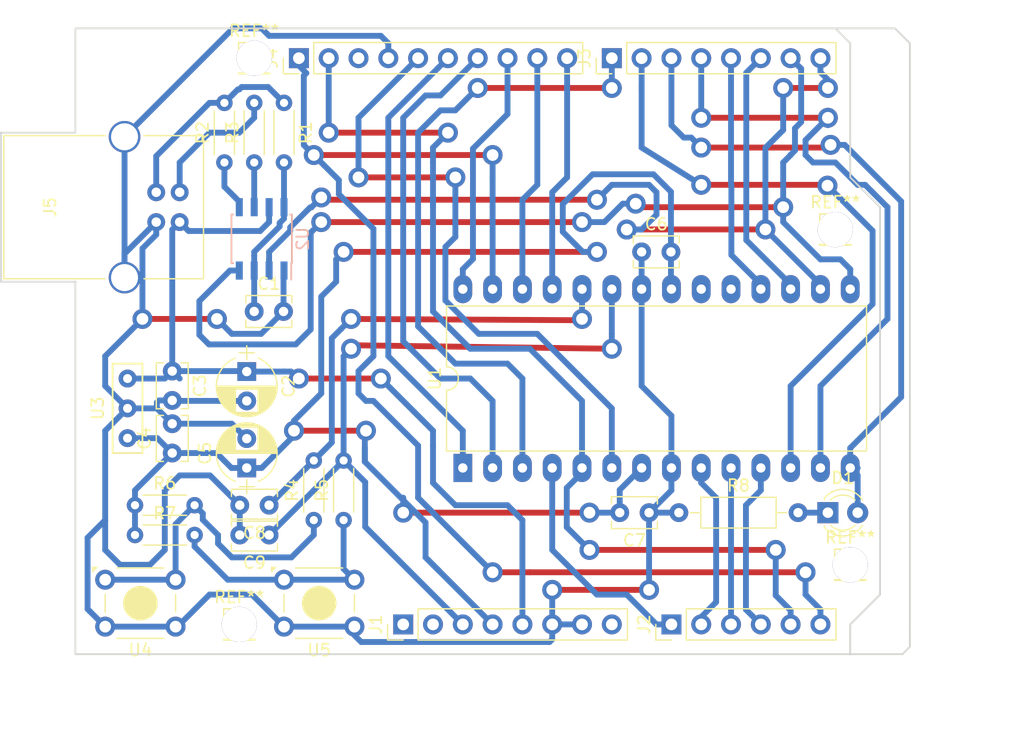
<source format=kicad_pcb>
(kicad_pcb (version 4) (host pcbnew 4.0.6-e0-6349~53~ubuntu14.04.1)

  (general
    (links 82)
    (no_connects 0)
    (area 30.404999 49.454999 108.025001 102.945001)
    (thickness 1.6)
    (drawings 24)
    (tracks 480)
    (zones 0)
    (modules 32)
    (nets 34)
  )

  (page A4)
  (layers
    (0 F.Cu signal)
    (31 B.Cu signal)
    (32 B.Adhes user)
    (33 F.Adhes user)
    (34 B.Paste user)
    (35 F.Paste user)
    (36 B.SilkS user)
    (37 F.SilkS user)
    (38 B.Mask user)
    (39 F.Mask user)
    (40 Dwgs.User user)
    (41 Cmts.User user)
    (42 Eco1.User user)
    (43 Eco2.User user)
    (44 Edge.Cuts user)
    (45 Margin user)
    (46 B.CrtYd user)
    (47 F.CrtYd user)
    (48 B.Fab user)
    (49 F.Fab user)
  )

  (setup
    (last_trace_width 0.5)
    (trace_clearance 0.4)
    (zone_clearance 0.508)
    (zone_45_only no)
    (trace_min 0.2)
    (segment_width 0.2)
    (edge_width 0.15)
    (via_size 1.7)
    (via_drill 1)
    (via_min_size 0.4)
    (via_min_drill 0.3)
    (uvia_size 0.3)
    (uvia_drill 0.1)
    (uvias_allowed no)
    (uvia_min_size 0.2)
    (uvia_min_drill 0.1)
    (pcb_text_width 0.3)
    (pcb_text_size 1.5 1.5)
    (mod_edge_width 0.15)
    (mod_text_size 1 1)
    (mod_text_width 0.15)
    (pad_size 3 3)
    (pad_drill 3)
    (pad_to_mask_clearance 0.2)
    (aux_axis_origin 0 0)
    (visible_elements FFFFFF7F)
    (pcbplotparams
      (layerselection 0x00030_80000001)
      (usegerberextensions false)
      (excludeedgelayer true)
      (linewidth 0.100000)
      (plotframeref false)
      (viasonmask false)
      (mode 1)
      (useauxorigin false)
      (hpglpennumber 1)
      (hpglpenspeed 20)
      (hpglpendiameter 15)
      (hpglpenoverlay 2)
      (psnegative false)
      (psa4output false)
      (plotreference true)
      (plotvalue true)
      (plotinvisibletext false)
      (padsonsilk false)
      (subtractmaskfromsilk false)
      (outputformat 1)
      (mirror false)
      (drillshape 1)
      (scaleselection 1)
      (outputdirectory ""))
  )

  (net 0 "")
  (net 1 GND)
  (net 2 +3V3)
  (net 3 "Net-(C1-Pad1)")
  (net 4 +5V)
  (net 5 "Net-(C8-Pad1)")
  (net 6 "Net-(C9-Pad1)")
  (net 7 "Net-(D1-Pad1)")
  (net 8 "Net-(D1-Pad2)")
  (net 9 "Net-(J2-Pad1)")
  (net 10 "Net-(J2-Pad2)")
  (net 11 "Net-(J2-Pad3)")
  (net 12 "Net-(J2-Pad4)")
  (net 13 "Net-(J2-Pad5)")
  (net 14 "Net-(J2-Pad6)")
  (net 15 "Net-(J3-Pad1)")
  (net 16 "Net-(J3-Pad2)")
  (net 17 "Net-(J3-Pad4)")
  (net 18 "Net-(J3-Pad5)")
  (net 19 "Net-(J3-Pad6)")
  (net 20 "Net-(J3-Pad7)")
  (net 21 "Net-(J3-Pad8)")
  (net 22 "Net-(J5-Pad2)")
  (net 23 "Net-(J5-Pad3)")
  (net 24 "Net-(R2-Pad1)")
  (net 25 "Net-(R3-Pad1)")
  (net 26 "Net-(R4-Pad1)")
  (net 27 "Net-(R5-Pad1)")
  (net 28 "Net-(J4-Pad6)")
  (net 29 "Net-(J4-Pad7)")
  (net 30 "Net-(J4-Pad5)")
  (net 31 "Net-(J4-Pad10)")
  (net 32 "Net-(J4-Pad9)")
  (net 33 "Net-(J4-Pad8)")

  (net_class Default "This is the default net class."
    (clearance 0.4)
    (trace_width 0.5)
    (via_dia 1.7)
    (via_drill 1)
    (uvia_dia 0.3)
    (uvia_drill 0.1)
    (add_net +3V3)
    (add_net +5V)
    (add_net GND)
    (add_net "Net-(C1-Pad1)")
    (add_net "Net-(C8-Pad1)")
    (add_net "Net-(C9-Pad1)")
    (add_net "Net-(D1-Pad1)")
    (add_net "Net-(D1-Pad2)")
    (add_net "Net-(J2-Pad1)")
    (add_net "Net-(J2-Pad2)")
    (add_net "Net-(J2-Pad3)")
    (add_net "Net-(J2-Pad4)")
    (add_net "Net-(J2-Pad5)")
    (add_net "Net-(J2-Pad6)")
    (add_net "Net-(J3-Pad1)")
    (add_net "Net-(J3-Pad2)")
    (add_net "Net-(J3-Pad4)")
    (add_net "Net-(J3-Pad5)")
    (add_net "Net-(J3-Pad6)")
    (add_net "Net-(J3-Pad7)")
    (add_net "Net-(J3-Pad8)")
    (add_net "Net-(J4-Pad10)")
    (add_net "Net-(J4-Pad5)")
    (add_net "Net-(J4-Pad6)")
    (add_net "Net-(J4-Pad7)")
    (add_net "Net-(J4-Pad8)")
    (add_net "Net-(J4-Pad9)")
    (add_net "Net-(J5-Pad2)")
    (add_net "Net-(J5-Pad3)")
    (add_net "Net-(R2-Pad1)")
    (add_net "Net-(R3-Pad1)")
    (add_net "Net-(R4-Pad1)")
    (add_net "Net-(R5-Pad1)")
  )

  (module Housings_DIP:DIP-28_W15.24mm_LongPads (layer F.Cu) (tedit 58CC8E2F) (tstamp 5904A5B0)
    (at 69.85 86.995 90)
    (descr "28-lead dip package, row spacing 15.24 mm (600 mils), LongPads")
    (tags "DIL DIP PDIP 2.54mm 15.24mm 600mil LongPads")
    (path /5904732E)
    (fp_text reference U1 (at 7.62 -2.39 90) (layer F.SilkS)
      (effects (font (size 1 1) (thickness 0.15)))
    )
    (fp_text value lpc1114fn28 (at 7.62 35.41 90) (layer F.Fab)
      (effects (font (size 1 1) (thickness 0.15)))
    )
    (fp_text user %R (at 7.62 16.51 90) (layer F.Fab)
      (effects (font (size 1 1) (thickness 0.15)))
    )
    (fp_line (start 1.255 -1.27) (end 14.985 -1.27) (layer F.Fab) (width 0.1))
    (fp_line (start 14.985 -1.27) (end 14.985 34.29) (layer F.Fab) (width 0.1))
    (fp_line (start 14.985 34.29) (end 0.255 34.29) (layer F.Fab) (width 0.1))
    (fp_line (start 0.255 34.29) (end 0.255 -0.27) (layer F.Fab) (width 0.1))
    (fp_line (start 0.255 -0.27) (end 1.255 -1.27) (layer F.Fab) (width 0.1))
    (fp_line (start 6.62 -1.39) (end 1.44 -1.39) (layer F.SilkS) (width 0.12))
    (fp_line (start 1.44 -1.39) (end 1.44 34.41) (layer F.SilkS) (width 0.12))
    (fp_line (start 1.44 34.41) (end 13.8 34.41) (layer F.SilkS) (width 0.12))
    (fp_line (start 13.8 34.41) (end 13.8 -1.39) (layer F.SilkS) (width 0.12))
    (fp_line (start 13.8 -1.39) (end 8.62 -1.39) (layer F.SilkS) (width 0.12))
    (fp_line (start -1.5 -1.6) (end -1.5 34.6) (layer F.CrtYd) (width 0.05))
    (fp_line (start -1.5 34.6) (end 16.7 34.6) (layer F.CrtYd) (width 0.05))
    (fp_line (start 16.7 34.6) (end 16.7 -1.6) (layer F.CrtYd) (width 0.05))
    (fp_line (start 16.7 -1.6) (end -1.5 -1.6) (layer F.CrtYd) (width 0.05))
    (fp_arc (start 7.62 -1.39) (end 6.62 -1.39) (angle -180) (layer F.SilkS) (width 0.12))
    (pad 1 thru_hole rect (at 0 0 90) (size 2.4 1.6) (drill 0.8) (layers *.Cu *.Mask)
      (net 28 "Net-(J4-Pad6)"))
    (pad 15 thru_hole oval (at 15.24 33.02 90) (size 2.4 1.6) (drill 0.8) (layers *.Cu *.Mask)
      (net 20 "Net-(J3-Pad7)"))
    (pad 2 thru_hole oval (at 0 2.54 90) (size 2.4 1.6) (drill 0.8) (layers *.Cu *.Mask)
      (net 29 "Net-(J4-Pad7)"))
    (pad 16 thru_hole oval (at 15.24 30.48 90) (size 2.4 1.6) (drill 0.8) (layers *.Cu *.Mask)
      (net 21 "Net-(J3-Pad8)"))
    (pad 3 thru_hole oval (at 0 5.08 90) (size 2.4 1.6) (drill 0.8) (layers *.Cu *.Mask)
      (net 15 "Net-(J3-Pad1)"))
    (pad 17 thru_hole oval (at 15.24 27.94 90) (size 2.4 1.6) (drill 0.8) (layers *.Cu *.Mask)
      (net 19 "Net-(J3-Pad6)"))
    (pad 4 thru_hole oval (at 0 7.62 90) (size 2.4 1.6) (drill 0.8) (layers *.Cu *.Mask)
      (net 9 "Net-(J2-Pad1)"))
    (pad 18 thru_hole oval (at 15.24 25.4 90) (size 2.4 1.6) (drill 0.8) (layers *.Cu *.Mask)
      (net 18 "Net-(J3-Pad5)"))
    (pad 5 thru_hole oval (at 0 10.16 90) (size 2.4 1.6) (drill 0.8) (layers *.Cu *.Mask)
      (net 13 "Net-(J2-Pad5)"))
    (pad 19 thru_hole oval (at 15.24 22.86 90) (size 2.4 1.6) (drill 0.8) (layers *.Cu *.Mask))
    (pad 6 thru_hole oval (at 0 12.7 90) (size 2.4 1.6) (drill 0.8) (layers *.Cu *.Mask)
      (net 30 "Net-(J4-Pad5)"))
    (pad 20 thru_hole oval (at 15.24 20.32 90) (size 2.4 1.6) (drill 0.8) (layers *.Cu *.Mask))
    (pad 7 thru_hole oval (at 0 15.24 90) (size 2.4 1.6) (drill 0.8) (layers *.Cu *.Mask)
      (net 2 +3V3))
    (pad 21 thru_hole oval (at 15.24 17.78 90) (size 2.4 1.6) (drill 0.8) (layers *.Cu *.Mask)
      (net 2 +3V3))
    (pad 8 thru_hole oval (at 0 17.78 90) (size 2.4 1.6) (drill 0.8) (layers *.Cu *.Mask)
      (net 1 GND))
    (pad 22 thru_hole oval (at 15.24 15.24 90) (size 2.4 1.6) (drill 0.8) (layers *.Cu *.Mask)
      (net 1 GND))
    (pad 9 thru_hole oval (at 0 20.32 90) (size 2.4 1.6) (drill 0.8) (layers *.Cu *.Mask)
      (net 10 "Net-(J2-Pad2)"))
    (pad 23 thru_hole oval (at 15.24 12.7 90) (size 2.4 1.6) (drill 0.8) (layers *.Cu *.Mask)
      (net 6 "Net-(C9-Pad1)"))
    (pad 10 thru_hole oval (at 0 22.86 90) (size 2.4 1.6) (drill 0.8) (layers *.Cu *.Mask)
      (net 11 "Net-(J2-Pad3)"))
    (pad 24 thru_hole oval (at 15.24 10.16 90) (size 2.4 1.6) (drill 0.8) (layers *.Cu *.Mask)
      (net 5 "Net-(C8-Pad1)"))
    (pad 11 thru_hole oval (at 0 25.4 90) (size 2.4 1.6) (drill 0.8) (layers *.Cu *.Mask)
      (net 12 "Net-(J2-Pad4)"))
    (pad 25 thru_hole oval (at 15.24 7.62 90) (size 2.4 1.6) (drill 0.8) (layers *.Cu *.Mask)
      (net 31 "Net-(J4-Pad10)"))
    (pad 12 thru_hole oval (at 0 27.94 90) (size 2.4 1.6) (drill 0.8) (layers *.Cu *.Mask)
      (net 16 "Net-(J3-Pad2)"))
    (pad 26 thru_hole oval (at 15.24 5.08 90) (size 2.4 1.6) (drill 0.8) (layers *.Cu *.Mask)
      (net 32 "Net-(J4-Pad9)"))
    (pad 13 thru_hole oval (at 0 30.48 90) (size 2.4 1.6) (drill 0.8) (layers *.Cu *.Mask)
      (net 17 "Net-(J3-Pad4)"))
    (pad 27 thru_hole oval (at 15.24 2.54 90) (size 2.4 1.6) (drill 0.8) (layers *.Cu *.Mask)
      (net 14 "Net-(J2-Pad6)"))
    (pad 14 thru_hole oval (at 0 33.02 90) (size 2.4 1.6) (drill 0.8) (layers *.Cu *.Mask)
      (net 8 "Net-(D1-Pad2)"))
    (pad 28 thru_hole oval (at 15.24 0 90) (size 2.4 1.6) (drill 0.8) (layers *.Cu *.Mask)
      (net 33 "Net-(J4-Pad8)"))
    (model Housings_DIP.3dshapes/DIP-28_W15.24mm_LongPads.wrl
      (at (xyz 0 0 0))
      (scale (xyz 1 1 1))
      (rotate (xyz 0 0 0))
    )
  )

  (module Pin_Headers:Pin_Header_Straight_1x08_Pitch2.54mm (layer F.Cu) (tedit 58CD4EC1) (tstamp 5904A53E)
    (at 64.77 100.33 90)
    (descr "Through hole straight pin header, 1x08, 2.54mm pitch, single row")
    (tags "Through hole pin header THT 1x08 2.54mm single row")
    (path /59034AC3)
    (fp_text reference J1 (at 0 -2.33 90) (layer F.SilkS)
      (effects (font (size 1 1) (thickness 0.15)))
    )
    (fp_text value CONN_01X08 (at 6.35 21.59 90) (layer F.Fab)
      (effects (font (size 1 1) (thickness 0.15)))
    )
    (fp_line (start -1.27 -1.27) (end -1.27 19.05) (layer F.Fab) (width 0.1))
    (fp_line (start -1.27 19.05) (end 1.27 19.05) (layer F.Fab) (width 0.1))
    (fp_line (start 1.27 19.05) (end 1.27 -1.27) (layer F.Fab) (width 0.1))
    (fp_line (start 1.27 -1.27) (end -1.27 -1.27) (layer F.Fab) (width 0.1))
    (fp_line (start -1.33 1.27) (end -1.33 19.11) (layer F.SilkS) (width 0.12))
    (fp_line (start -1.33 19.11) (end 1.33 19.11) (layer F.SilkS) (width 0.12))
    (fp_line (start 1.33 19.11) (end 1.33 1.27) (layer F.SilkS) (width 0.12))
    (fp_line (start 1.33 1.27) (end -1.33 1.27) (layer F.SilkS) (width 0.12))
    (fp_line (start -1.33 0) (end -1.33 -1.33) (layer F.SilkS) (width 0.12))
    (fp_line (start -1.33 -1.33) (end 0 -1.33) (layer F.SilkS) (width 0.12))
    (fp_line (start -1.8 -1.8) (end -1.8 19.55) (layer F.CrtYd) (width 0.05))
    (fp_line (start -1.8 19.55) (end 1.8 19.55) (layer F.CrtYd) (width 0.05))
    (fp_line (start 1.8 19.55) (end 1.8 -1.8) (layer F.CrtYd) (width 0.05))
    (fp_line (start 1.8 -1.8) (end -1.8 -1.8) (layer F.CrtYd) (width 0.05))
    (fp_text user %R (at 0 -2.33 90) (layer F.Fab)
      (effects (font (size 1 1) (thickness 0.15)))
    )
    (pad 1 thru_hole rect (at 0 0 90) (size 1.7 1.7) (drill 1) (layers *.Cu *.Mask))
    (pad 2 thru_hole oval (at 0 2.54 90) (size 1.7 1.7) (drill 1) (layers *.Cu *.Mask))
    (pad 3 thru_hole oval (at 0 5.08 90) (size 1.7 1.7) (drill 1) (layers *.Cu *.Mask)
      (net 6 "Net-(C9-Pad1)"))
    (pad 4 thru_hole oval (at 0 7.62 90) (size 1.7 1.7) (drill 1) (layers *.Cu *.Mask)
      (net 2 +3V3))
    (pad 5 thru_hole oval (at 0 10.16 90) (size 1.7 1.7) (drill 1) (layers *.Cu *.Mask)
      (net 4 +5V))
    (pad 6 thru_hole oval (at 0 12.7 90) (size 1.7 1.7) (drill 1) (layers *.Cu *.Mask)
      (net 1 GND))
    (pad 7 thru_hole oval (at 0 15.24 90) (size 1.7 1.7) (drill 1) (layers *.Cu *.Mask)
      (net 1 GND))
    (pad 8 thru_hole oval (at 0 17.78 90) (size 1.7 1.7) (drill 1) (layers *.Cu *.Mask))
    (model ${KISYS3DMOD}/Pin_Headers.3dshapes/Pin_Header_Straight_1x08_Pitch2.54mm.wrl
      (at (xyz 0 -0.35 0))
      (scale (xyz 1 1 1))
      (rotate (xyz 0 0 90))
    )
  )

  (module Pin_Headers:Pin_Header_Straight_1x01_Pitch2.54mm (layer F.Cu) (tedit 5905557A) (tstamp 59055597)
    (at 50.8 100.33)
    (descr "Through hole straight pin header, 1x01, 2.54mm pitch, single row")
    (tags "Through hole pin header THT 1x01 2.54mm single row")
    (fp_text reference REF** (at 0 -2.33) (layer F.SilkS)
      (effects (font (size 1 1) (thickness 0.15)))
    )
    (fp_text value M3 (at 0 2.33) (layer F.Fab)
      (effects (font (size 1 1) (thickness 0.15)))
    )
    (fp_line (start -1.27 -1.27) (end -1.27 1.27) (layer F.Fab) (width 0.1))
    (fp_line (start -1.27 1.27) (end 1.27 1.27) (layer F.Fab) (width 0.1))
    (fp_line (start 1.27 1.27) (end 1.27 -1.27) (layer F.Fab) (width 0.1))
    (fp_line (start 1.27 -1.27) (end -1.27 -1.27) (layer F.Fab) (width 0.1))
    (fp_line (start -1.33 1.27) (end -1.33 1.33) (layer F.SilkS) (width 0.12))
    (fp_line (start -1.33 1.33) (end 1.33 1.33) (layer F.SilkS) (width 0.12))
    (fp_line (start 1.33 1.33) (end 1.33 1.27) (layer F.SilkS) (width 0.12))
    (fp_line (start 1.33 1.27) (end -1.33 1.27) (layer F.SilkS) (width 0.12))
    (fp_line (start -1.33 0) (end -1.33 -1.33) (layer F.SilkS) (width 0.12))
    (fp_line (start -1.33 -1.33) (end 0 -1.33) (layer F.SilkS) (width 0.12))
    (fp_line (start -1.8 -1.8) (end -1.8 1.8) (layer F.CrtYd) (width 0.05))
    (fp_line (start -1.8 1.8) (end 1.8 1.8) (layer F.CrtYd) (width 0.05))
    (fp_line (start 1.8 1.8) (end 1.8 -1.8) (layer F.CrtYd) (width 0.05))
    (fp_line (start 1.8 -1.8) (end -1.8 -1.8) (layer F.CrtYd) (width 0.05))
    (fp_text user %R (at 0 -2.33) (layer F.Fab)
      (effects (font (size 1 1) (thickness 0.15)))
    )
    (pad 1 thru_hole circle (at 0 0) (size 3 3) (drill 3) (layers *.Cu *.Mask))
    (model ${KISYS3DMOD}/Pin_Headers.3dshapes/Pin_Header_Straight_1x01_Pitch2.54mm.wrl
      (at (xyz 0 0 0))
      (scale (xyz 1 1 1))
      (rotate (xyz 0 0 90))
    )
  )

  (module Pin_Headers:Pin_Header_Straight_1x01_Pitch2.54mm (layer F.Cu) (tedit 590554F9) (tstamp 59055584)
    (at 52.07 52.07)
    (descr "Through hole straight pin header, 1x01, 2.54mm pitch, single row")
    (tags "Through hole pin header THT 1x01 2.54mm single row")
    (fp_text reference REF** (at 0 -2.33) (layer F.SilkS)
      (effects (font (size 1 1) (thickness 0.15)))
    )
    (fp_text value M3 (at 0 2.33) (layer F.Fab)
      (effects (font (size 1 1) (thickness 0.15)))
    )
    (fp_line (start -1.27 -1.27) (end -1.27 1.27) (layer F.Fab) (width 0.1))
    (fp_line (start -1.27 1.27) (end 1.27 1.27) (layer F.Fab) (width 0.1))
    (fp_line (start 1.27 1.27) (end 1.27 -1.27) (layer F.Fab) (width 0.1))
    (fp_line (start 1.27 -1.27) (end -1.27 -1.27) (layer F.Fab) (width 0.1))
    (fp_line (start -1.33 1.27) (end -1.33 1.33) (layer F.SilkS) (width 0.12))
    (fp_line (start -1.33 1.33) (end 1.33 1.33) (layer F.SilkS) (width 0.12))
    (fp_line (start 1.33 1.33) (end 1.33 1.27) (layer F.SilkS) (width 0.12))
    (fp_line (start 1.33 1.27) (end -1.33 1.27) (layer F.SilkS) (width 0.12))
    (fp_line (start -1.33 0) (end -1.33 -1.33) (layer F.SilkS) (width 0.12))
    (fp_line (start -1.33 -1.33) (end 0 -1.33) (layer F.SilkS) (width 0.12))
    (fp_line (start -1.8 -1.8) (end -1.8 1.8) (layer F.CrtYd) (width 0.05))
    (fp_line (start -1.8 1.8) (end 1.8 1.8) (layer F.CrtYd) (width 0.05))
    (fp_line (start 1.8 1.8) (end 1.8 -1.8) (layer F.CrtYd) (width 0.05))
    (fp_line (start 1.8 -1.8) (end -1.8 -1.8) (layer F.CrtYd) (width 0.05))
    (fp_text user %R (at 0 -2.33) (layer F.Fab)
      (effects (font (size 1 1) (thickness 0.15)))
    )
    (pad 1 thru_hole circle (at 0 0) (size 3 3) (drill 3) (layers *.Cu *.Mask))
    (model ${KISYS3DMOD}/Pin_Headers.3dshapes/Pin_Header_Straight_1x01_Pitch2.54mm.wrl
      (at (xyz 0 0 0))
      (scale (xyz 1 1 1))
      (rotate (xyz 0 0 90))
    )
  )

  (module Resistors_THT:R_Axial_DIN0204_L3.6mm_D1.6mm_P5.08mm_Horizontal (layer F.Cu) (tedit 5874F706) (tstamp 590540F6)
    (at 59.69 91.44 90)
    (descr "Resistor, Axial_DIN0204 series, Axial, Horizontal, pin pitch=5.08mm, 0.16666666666666666W = 1/6W, length*diameter=3.6*1.6mm^2, http://cdn-reichelt.de/documents/datenblatt/B400/1_4W%23YAG.pdf")
    (tags "Resistor Axial_DIN0204 series Axial Horizontal pin pitch 5.08mm 0.16666666666666666W = 1/6W length 3.6mm diameter 1.6mm")
    (path /59048B24)
    (fp_text reference R5 (at 2.54 -1.86 90) (layer F.SilkS)
      (effects (font (size 1 1) (thickness 0.15)))
    )
    (fp_text value 10k (at 2.54 1.86 90) (layer F.Fab)
      (effects (font (size 1 1) (thickness 0.15)))
    )
    (fp_line (start 0.74 -0.8) (end 0.74 0.8) (layer F.Fab) (width 0.1))
    (fp_line (start 0.74 0.8) (end 4.34 0.8) (layer F.Fab) (width 0.1))
    (fp_line (start 4.34 0.8) (end 4.34 -0.8) (layer F.Fab) (width 0.1))
    (fp_line (start 4.34 -0.8) (end 0.74 -0.8) (layer F.Fab) (width 0.1))
    (fp_line (start 0 0) (end 0.74 0) (layer F.Fab) (width 0.1))
    (fp_line (start 5.08 0) (end 4.34 0) (layer F.Fab) (width 0.1))
    (fp_line (start 0.68 -0.86) (end 4.4 -0.86) (layer F.SilkS) (width 0.12))
    (fp_line (start 0.68 0.86) (end 4.4 0.86) (layer F.SilkS) (width 0.12))
    (fp_line (start -0.95 -1.15) (end -0.95 1.15) (layer F.CrtYd) (width 0.05))
    (fp_line (start -0.95 1.15) (end 6.05 1.15) (layer F.CrtYd) (width 0.05))
    (fp_line (start 6.05 1.15) (end 6.05 -1.15) (layer F.CrtYd) (width 0.05))
    (fp_line (start 6.05 -1.15) (end -0.95 -1.15) (layer F.CrtYd) (width 0.05))
    (pad 1 thru_hole circle (at 0 0 90) (size 1.4 1.4) (drill 0.7) (layers *.Cu *.Mask)
      (net 27 "Net-(R5-Pad1)"))
    (pad 2 thru_hole oval (at 5.08 0 90) (size 1.4 1.4) (drill 0.7) (layers *.Cu *.Mask)
      (net 6 "Net-(C9-Pad1)"))
    (model Resistors_THT.3dshapes/R_Axial_DIN0204_L3.6mm_D1.6mm_P5.08mm_Horizontal.wrl
      (at (xyz 0 0 0))
      (scale (xyz 0.393701 0.393701 0.393701))
      (rotate (xyz 0 0 0))
    )
  )

  (module Connectors:USB_B (layer F.Cu) (tedit 55B36073) (tstamp 5904A973)
    (at 45.72 66.04 180)
    (descr "USB B connector")
    (tags "USB_B USB_DEV")
    (path /59034F91)
    (fp_text reference J5 (at 11.05 1.27 270) (layer F.SilkS)
      (effects (font (size 1 1) (thickness 0.15)))
    )
    (fp_text value USB_B (at 4.7 1.27 270) (layer F.Fab)
      (effects (font (size 1 1) (thickness 0.15)))
    )
    (fp_line (start 15.25 8.9) (end -2.3 8.9) (layer F.CrtYd) (width 0.05))
    (fp_line (start -2.3 8.9) (end -2.3 -6.35) (layer F.CrtYd) (width 0.05))
    (fp_line (start -2.3 -6.35) (end 15.25 -6.35) (layer F.CrtYd) (width 0.05))
    (fp_line (start 15.25 -6.35) (end 15.25 8.9) (layer F.CrtYd) (width 0.05))
    (fp_line (start 6.35 7.37) (end 14.99 7.37) (layer F.SilkS) (width 0.12))
    (fp_line (start -2.03 7.37) (end 3.05 7.37) (layer F.SilkS) (width 0.12))
    (fp_line (start 6.35 -4.83) (end 14.99 -4.83) (layer F.SilkS) (width 0.12))
    (fp_line (start -2.03 -4.83) (end 3.05 -4.83) (layer F.SilkS) (width 0.12))
    (fp_line (start 14.99 -4.83) (end 14.99 7.37) (layer F.SilkS) (width 0.12))
    (fp_line (start -2.03 7.37) (end -2.03 -4.83) (layer F.SilkS) (width 0.12))
    (pad 2 thru_hole circle (at 0 2.54 90) (size 1.52 1.52) (drill 0.81) (layers *.Cu *.Mask)
      (net 22 "Net-(J5-Pad2)"))
    (pad 1 thru_hole circle (at 0 0 90) (size 1.52 1.52) (drill 0.81) (layers *.Cu *.Mask)
      (net 4 +5V))
    (pad 4 thru_hole circle (at 2 0 90) (size 1.52 1.52) (drill 0.81) (layers *.Cu *.Mask)
      (net 1 GND))
    (pad 3 thru_hole circle (at 2 2.54 90) (size 1.52 1.52) (drill 0.81) (layers *.Cu *.Mask)
      (net 23 "Net-(J5-Pad3)"))
    (pad 5 thru_hole circle (at 4.7 7.27 90) (size 2.7 2.7) (drill 2.3) (layers *.Cu *.Mask)
      (net 1 GND))
    (pad 5 thru_hole circle (at 4.7 -4.73 90) (size 2.7 2.7) (drill 2.3) (layers *.Cu *.Mask)
      (net 1 GND))
    (model Connectors.3dshapes/USB_B.wrl
      (at (xyz 0.18 -0.05 0))
      (scale (xyz 0.39 0.39 0.39))
      (rotate (xyz 0 0 -90))
    )
  )

  (module Capacitors_THT:C_Disc_D3.8mm_W2.6mm_P2.50mm (layer F.Cu) (tedit 58765D06) (tstamp 5904A502)
    (at 52.07 73.66)
    (descr "C, Disc series, Radial, pin pitch=2.50mm, , diameter*width=3.8*2.6mm^2, Capacitor, http://www.vishay.com/docs/45233/krseries.pdf")
    (tags "C Disc series Radial pin pitch 2.50mm  diameter 3.8mm width 2.6mm Capacitor")
    (path /59041F99)
    (fp_text reference C1 (at 1.25 -2.36) (layer F.SilkS)
      (effects (font (size 1 1) (thickness 0.15)))
    )
    (fp_text value 0.1uF (at 1.25 2.36) (layer F.Fab)
      (effects (font (size 1 1) (thickness 0.15)))
    )
    (fp_line (start -0.65 -1.3) (end -0.65 1.3) (layer F.Fab) (width 0.1))
    (fp_line (start -0.65 1.3) (end 3.15 1.3) (layer F.Fab) (width 0.1))
    (fp_line (start 3.15 1.3) (end 3.15 -1.3) (layer F.Fab) (width 0.1))
    (fp_line (start 3.15 -1.3) (end -0.65 -1.3) (layer F.Fab) (width 0.1))
    (fp_line (start -0.71 -1.36) (end 3.21 -1.36) (layer F.SilkS) (width 0.12))
    (fp_line (start -0.71 1.36) (end 3.21 1.36) (layer F.SilkS) (width 0.12))
    (fp_line (start -0.71 -1.36) (end -0.71 -0.75) (layer F.SilkS) (width 0.12))
    (fp_line (start -0.71 0.75) (end -0.71 1.36) (layer F.SilkS) (width 0.12))
    (fp_line (start 3.21 -1.36) (end 3.21 -0.75) (layer F.SilkS) (width 0.12))
    (fp_line (start 3.21 0.75) (end 3.21 1.36) (layer F.SilkS) (width 0.12))
    (fp_line (start -1.05 -1.65) (end -1.05 1.65) (layer F.CrtYd) (width 0.05))
    (fp_line (start -1.05 1.65) (end 3.55 1.65) (layer F.CrtYd) (width 0.05))
    (fp_line (start 3.55 1.65) (end 3.55 -1.65) (layer F.CrtYd) (width 0.05))
    (fp_line (start 3.55 -1.65) (end -1.05 -1.65) (layer F.CrtYd) (width 0.05))
    (pad 1 thru_hole circle (at 0 0) (size 1.6 1.6) (drill 0.8) (layers *.Cu *.Mask)
      (net 3 "Net-(C1-Pad1)"))
    (pad 2 thru_hole circle (at 2.5 0) (size 1.6 1.6) (drill 0.8) (layers *.Cu *.Mask)
      (net 1 GND))
    (model Capacitors_THT.3dshapes/C_Disc_D3.8mm_W2.6mm_P2.50mm.wrl
      (at (xyz 0 0 0))
      (scale (xyz 0.393701 0.393701 0.393701))
      (rotate (xyz 0 0 0))
    )
  )

  (module Capacitors_THT:C_Disc_D3.8mm_W2.6mm_P2.50mm (layer F.Cu) (tedit 58765D06) (tstamp 5904A50E)
    (at 45.085 78.74 270)
    (descr "C, Disc series, Radial, pin pitch=2.50mm, , diameter*width=3.8*2.6mm^2, Capacitor, http://www.vishay.com/docs/45233/krseries.pdf")
    (tags "C Disc series Radial pin pitch 2.50mm  diameter 3.8mm width 2.6mm Capacitor")
    (path /5903485F)
    (fp_text reference C3 (at 1.25 -2.36 270) (layer F.SilkS)
      (effects (font (size 1 1) (thickness 0.15)))
    )
    (fp_text value 0.1uF (at 1.25 2.36 270) (layer F.Fab)
      (effects (font (size 1 1) (thickness 0.15)))
    )
    (fp_line (start -0.65 -1.3) (end -0.65 1.3) (layer F.Fab) (width 0.1))
    (fp_line (start -0.65 1.3) (end 3.15 1.3) (layer F.Fab) (width 0.1))
    (fp_line (start 3.15 1.3) (end 3.15 -1.3) (layer F.Fab) (width 0.1))
    (fp_line (start 3.15 -1.3) (end -0.65 -1.3) (layer F.Fab) (width 0.1))
    (fp_line (start -0.71 -1.36) (end 3.21 -1.36) (layer F.SilkS) (width 0.12))
    (fp_line (start -0.71 1.36) (end 3.21 1.36) (layer F.SilkS) (width 0.12))
    (fp_line (start -0.71 -1.36) (end -0.71 -0.75) (layer F.SilkS) (width 0.12))
    (fp_line (start -0.71 0.75) (end -0.71 1.36) (layer F.SilkS) (width 0.12))
    (fp_line (start 3.21 -1.36) (end 3.21 -0.75) (layer F.SilkS) (width 0.12))
    (fp_line (start 3.21 0.75) (end 3.21 1.36) (layer F.SilkS) (width 0.12))
    (fp_line (start -1.05 -1.65) (end -1.05 1.65) (layer F.CrtYd) (width 0.05))
    (fp_line (start -1.05 1.65) (end 3.55 1.65) (layer F.CrtYd) (width 0.05))
    (fp_line (start 3.55 1.65) (end 3.55 -1.65) (layer F.CrtYd) (width 0.05))
    (fp_line (start 3.55 -1.65) (end -1.05 -1.65) (layer F.CrtYd) (width 0.05))
    (pad 1 thru_hole circle (at 0 0 270) (size 1.6 1.6) (drill 0.8) (layers *.Cu *.Mask)
      (net 4 +5V))
    (pad 2 thru_hole circle (at 2.5 0 270) (size 1.6 1.6) (drill 0.8) (layers *.Cu *.Mask)
      (net 1 GND))
    (model Capacitors_THT.3dshapes/C_Disc_D3.8mm_W2.6mm_P2.50mm.wrl
      (at (xyz 0 0 0))
      (scale (xyz 0.393701 0.393701 0.393701))
      (rotate (xyz 0 0 0))
    )
  )

  (module Capacitors_THT:C_Disc_D3.8mm_W2.6mm_P2.50mm (layer F.Cu) (tedit 58765D06) (tstamp 5904A514)
    (at 45.085 85.725 90)
    (descr "C, Disc series, Radial, pin pitch=2.50mm, , diameter*width=3.8*2.6mm^2, Capacitor, http://www.vishay.com/docs/45233/krseries.pdf")
    (tags "C Disc series Radial pin pitch 2.50mm  diameter 3.8mm width 2.6mm Capacitor")
    (path /590348A8)
    (fp_text reference C4 (at 1.25 -2.36 90) (layer F.SilkS)
      (effects (font (size 1 1) (thickness 0.15)))
    )
    (fp_text value 0.1uF (at 1.25 2.36 90) (layer F.Fab)
      (effects (font (size 1 1) (thickness 0.15)))
    )
    (fp_line (start -0.65 -1.3) (end -0.65 1.3) (layer F.Fab) (width 0.1))
    (fp_line (start -0.65 1.3) (end 3.15 1.3) (layer F.Fab) (width 0.1))
    (fp_line (start 3.15 1.3) (end 3.15 -1.3) (layer F.Fab) (width 0.1))
    (fp_line (start 3.15 -1.3) (end -0.65 -1.3) (layer F.Fab) (width 0.1))
    (fp_line (start -0.71 -1.36) (end 3.21 -1.36) (layer F.SilkS) (width 0.12))
    (fp_line (start -0.71 1.36) (end 3.21 1.36) (layer F.SilkS) (width 0.12))
    (fp_line (start -0.71 -1.36) (end -0.71 -0.75) (layer F.SilkS) (width 0.12))
    (fp_line (start -0.71 0.75) (end -0.71 1.36) (layer F.SilkS) (width 0.12))
    (fp_line (start 3.21 -1.36) (end 3.21 -0.75) (layer F.SilkS) (width 0.12))
    (fp_line (start 3.21 0.75) (end 3.21 1.36) (layer F.SilkS) (width 0.12))
    (fp_line (start -1.05 -1.65) (end -1.05 1.65) (layer F.CrtYd) (width 0.05))
    (fp_line (start -1.05 1.65) (end 3.55 1.65) (layer F.CrtYd) (width 0.05))
    (fp_line (start 3.55 1.65) (end 3.55 -1.65) (layer F.CrtYd) (width 0.05))
    (fp_line (start 3.55 -1.65) (end -1.05 -1.65) (layer F.CrtYd) (width 0.05))
    (pad 1 thru_hole circle (at 0 0 90) (size 1.6 1.6) (drill 0.8) (layers *.Cu *.Mask)
      (net 2 +3V3))
    (pad 2 thru_hole circle (at 2.5 0 90) (size 1.6 1.6) (drill 0.8) (layers *.Cu *.Mask)
      (net 1 GND))
    (model Capacitors_THT.3dshapes/C_Disc_D3.8mm_W2.6mm_P2.50mm.wrl
      (at (xyz 0 0 0))
      (scale (xyz 0.393701 0.393701 0.393701))
      (rotate (xyz 0 0 0))
    )
  )

  (module Capacitors_THT:C_Disc_D3.8mm_W2.6mm_P2.50mm (layer F.Cu) (tedit 58765D06) (tstamp 5904A520)
    (at 85.725 90.805 180)
    (descr "C, Disc series, Radial, pin pitch=2.50mm, , diameter*width=3.8*2.6mm^2, Capacitor, http://www.vishay.com/docs/45233/krseries.pdf")
    (tags "C Disc series Radial pin pitch 2.50mm  diameter 3.8mm width 2.6mm Capacitor")
    (path /590448CD)
    (fp_text reference C7 (at 1.25 -2.36 180) (layer F.SilkS)
      (effects (font (size 1 1) (thickness 0.15)))
    )
    (fp_text value 1uF (at 1.25 2.36 180) (layer F.Fab)
      (effects (font (size 1 1) (thickness 0.15)))
    )
    (fp_line (start -0.65 -1.3) (end -0.65 1.3) (layer F.Fab) (width 0.1))
    (fp_line (start -0.65 1.3) (end 3.15 1.3) (layer F.Fab) (width 0.1))
    (fp_line (start 3.15 1.3) (end 3.15 -1.3) (layer F.Fab) (width 0.1))
    (fp_line (start 3.15 -1.3) (end -0.65 -1.3) (layer F.Fab) (width 0.1))
    (fp_line (start -0.71 -1.36) (end 3.21 -1.36) (layer F.SilkS) (width 0.12))
    (fp_line (start -0.71 1.36) (end 3.21 1.36) (layer F.SilkS) (width 0.12))
    (fp_line (start -0.71 -1.36) (end -0.71 -0.75) (layer F.SilkS) (width 0.12))
    (fp_line (start -0.71 0.75) (end -0.71 1.36) (layer F.SilkS) (width 0.12))
    (fp_line (start 3.21 -1.36) (end 3.21 -0.75) (layer F.SilkS) (width 0.12))
    (fp_line (start 3.21 0.75) (end 3.21 1.36) (layer F.SilkS) (width 0.12))
    (fp_line (start -1.05 -1.65) (end -1.05 1.65) (layer F.CrtYd) (width 0.05))
    (fp_line (start -1.05 1.65) (end 3.55 1.65) (layer F.CrtYd) (width 0.05))
    (fp_line (start 3.55 1.65) (end 3.55 -1.65) (layer F.CrtYd) (width 0.05))
    (fp_line (start 3.55 -1.65) (end -1.05 -1.65) (layer F.CrtYd) (width 0.05))
    (pad 1 thru_hole circle (at 0 0 180) (size 1.6 1.6) (drill 0.8) (layers *.Cu *.Mask)
      (net 1 GND))
    (pad 2 thru_hole circle (at 2.5 0 180) (size 1.6 1.6) (drill 0.8) (layers *.Cu *.Mask)
      (net 2 +3V3))
    (model Capacitors_THT.3dshapes/C_Disc_D3.8mm_W2.6mm_P2.50mm.wrl
      (at (xyz 0 0 0))
      (scale (xyz 0.393701 0.393701 0.393701))
      (rotate (xyz 0 0 0))
    )
  )

  (module Capacitors_THT:C_Disc_D3.8mm_W2.6mm_P2.50mm (layer F.Cu) (tedit 58765D06) (tstamp 5904A526)
    (at 53.34 90.17 180)
    (descr "C, Disc series, Radial, pin pitch=2.50mm, , diameter*width=3.8*2.6mm^2, Capacitor, http://www.vishay.com/docs/45233/krseries.pdf")
    (tags "C Disc series Radial pin pitch 2.50mm  diameter 3.8mm width 2.6mm Capacitor")
    (path /5904827F)
    (fp_text reference C8 (at 1.25 -2.36 180) (layer F.SilkS)
      (effects (font (size 1 1) (thickness 0.15)))
    )
    (fp_text value 1uF (at 1.25 2.36 180) (layer F.Fab)
      (effects (font (size 1 1) (thickness 0.15)))
    )
    (fp_line (start -0.65 -1.3) (end -0.65 1.3) (layer F.Fab) (width 0.1))
    (fp_line (start -0.65 1.3) (end 3.15 1.3) (layer F.Fab) (width 0.1))
    (fp_line (start 3.15 1.3) (end 3.15 -1.3) (layer F.Fab) (width 0.1))
    (fp_line (start 3.15 -1.3) (end -0.65 -1.3) (layer F.Fab) (width 0.1))
    (fp_line (start -0.71 -1.36) (end 3.21 -1.36) (layer F.SilkS) (width 0.12))
    (fp_line (start -0.71 1.36) (end 3.21 1.36) (layer F.SilkS) (width 0.12))
    (fp_line (start -0.71 -1.36) (end -0.71 -0.75) (layer F.SilkS) (width 0.12))
    (fp_line (start -0.71 0.75) (end -0.71 1.36) (layer F.SilkS) (width 0.12))
    (fp_line (start 3.21 -1.36) (end 3.21 -0.75) (layer F.SilkS) (width 0.12))
    (fp_line (start 3.21 0.75) (end 3.21 1.36) (layer F.SilkS) (width 0.12))
    (fp_line (start -1.05 -1.65) (end -1.05 1.65) (layer F.CrtYd) (width 0.05))
    (fp_line (start -1.05 1.65) (end 3.55 1.65) (layer F.CrtYd) (width 0.05))
    (fp_line (start 3.55 1.65) (end 3.55 -1.65) (layer F.CrtYd) (width 0.05))
    (fp_line (start 3.55 -1.65) (end -1.05 -1.65) (layer F.CrtYd) (width 0.05))
    (pad 1 thru_hole circle (at 0 0 180) (size 1.6 1.6) (drill 0.8) (layers *.Cu *.Mask)
      (net 5 "Net-(C8-Pad1)"))
    (pad 2 thru_hole circle (at 2.5 0 180) (size 1.6 1.6) (drill 0.8) (layers *.Cu *.Mask)
      (net 1 GND))
    (model Capacitors_THT.3dshapes/C_Disc_D3.8mm_W2.6mm_P2.50mm.wrl
      (at (xyz 0 0 0))
      (scale (xyz 0.393701 0.393701 0.393701))
      (rotate (xyz 0 0 0))
    )
  )

  (module Capacitors_THT:C_Disc_D3.8mm_W2.6mm_P2.50mm (layer F.Cu) (tedit 58765D06) (tstamp 5904A52C)
    (at 53.34 92.71 180)
    (descr "C, Disc series, Radial, pin pitch=2.50mm, , diameter*width=3.8*2.6mm^2, Capacitor, http://www.vishay.com/docs/45233/krseries.pdf")
    (tags "C Disc series Radial pin pitch 2.50mm  diameter 3.8mm width 2.6mm Capacitor")
    (path /59048B39)
    (fp_text reference C9 (at 1.25 -2.36 180) (layer F.SilkS)
      (effects (font (size 1 1) (thickness 0.15)))
    )
    (fp_text value 1uF (at 1.25 2.36 180) (layer F.Fab)
      (effects (font (size 1 1) (thickness 0.15)))
    )
    (fp_line (start -0.65 -1.3) (end -0.65 1.3) (layer F.Fab) (width 0.1))
    (fp_line (start -0.65 1.3) (end 3.15 1.3) (layer F.Fab) (width 0.1))
    (fp_line (start 3.15 1.3) (end 3.15 -1.3) (layer F.Fab) (width 0.1))
    (fp_line (start 3.15 -1.3) (end -0.65 -1.3) (layer F.Fab) (width 0.1))
    (fp_line (start -0.71 -1.36) (end 3.21 -1.36) (layer F.SilkS) (width 0.12))
    (fp_line (start -0.71 1.36) (end 3.21 1.36) (layer F.SilkS) (width 0.12))
    (fp_line (start -0.71 -1.36) (end -0.71 -0.75) (layer F.SilkS) (width 0.12))
    (fp_line (start -0.71 0.75) (end -0.71 1.36) (layer F.SilkS) (width 0.12))
    (fp_line (start 3.21 -1.36) (end 3.21 -0.75) (layer F.SilkS) (width 0.12))
    (fp_line (start 3.21 0.75) (end 3.21 1.36) (layer F.SilkS) (width 0.12))
    (fp_line (start -1.05 -1.65) (end -1.05 1.65) (layer F.CrtYd) (width 0.05))
    (fp_line (start -1.05 1.65) (end 3.55 1.65) (layer F.CrtYd) (width 0.05))
    (fp_line (start 3.55 1.65) (end 3.55 -1.65) (layer F.CrtYd) (width 0.05))
    (fp_line (start 3.55 -1.65) (end -1.05 -1.65) (layer F.CrtYd) (width 0.05))
    (pad 1 thru_hole circle (at 0 0 180) (size 1.6 1.6) (drill 0.8) (layers *.Cu *.Mask)
      (net 6 "Net-(C9-Pad1)"))
    (pad 2 thru_hole circle (at 2.5 0 180) (size 1.6 1.6) (drill 0.8) (layers *.Cu *.Mask)
      (net 1 GND))
    (model Capacitors_THT.3dshapes/C_Disc_D3.8mm_W2.6mm_P2.50mm.wrl
      (at (xyz 0 0 0))
      (scale (xyz 0.393701 0.393701 0.393701))
      (rotate (xyz 0 0 0))
    )
  )

  (module LEDs:LED_D3.0mm (layer F.Cu) (tedit 587A3A7B) (tstamp 5904A532)
    (at 100.965 90.805)
    (descr "LED, diameter 3.0mm, 2 pins")
    (tags "LED diameter 3.0mm 2 pins")
    (path /5905231B)
    (fp_text reference D1 (at 1.27 -2.96) (layer F.SilkS)
      (effects (font (size 1 1) (thickness 0.15)))
    )
    (fp_text value LED (at 1.27 2.96) (layer F.Fab)
      (effects (font (size 1 1) (thickness 0.15)))
    )
    (fp_arc (start 1.27 0) (end -0.23 -1.16619) (angle 284.3) (layer F.Fab) (width 0.1))
    (fp_arc (start 1.27 0) (end -0.29 -1.235516) (angle 108.8) (layer F.SilkS) (width 0.12))
    (fp_arc (start 1.27 0) (end -0.29 1.235516) (angle -108.8) (layer F.SilkS) (width 0.12))
    (fp_arc (start 1.27 0) (end 0.229039 -1.08) (angle 87.9) (layer F.SilkS) (width 0.12))
    (fp_arc (start 1.27 0) (end 0.229039 1.08) (angle -87.9) (layer F.SilkS) (width 0.12))
    (fp_circle (center 1.27 0) (end 2.77 0) (layer F.Fab) (width 0.1))
    (fp_line (start -0.23 -1.16619) (end -0.23 1.16619) (layer F.Fab) (width 0.1))
    (fp_line (start -0.29 -1.236) (end -0.29 -1.08) (layer F.SilkS) (width 0.12))
    (fp_line (start -0.29 1.08) (end -0.29 1.236) (layer F.SilkS) (width 0.12))
    (fp_line (start -1.15 -2.25) (end -1.15 2.25) (layer F.CrtYd) (width 0.05))
    (fp_line (start -1.15 2.25) (end 3.7 2.25) (layer F.CrtYd) (width 0.05))
    (fp_line (start 3.7 2.25) (end 3.7 -2.25) (layer F.CrtYd) (width 0.05))
    (fp_line (start 3.7 -2.25) (end -1.15 -2.25) (layer F.CrtYd) (width 0.05))
    (pad 1 thru_hole rect (at 0 0) (size 1.8 1.8) (drill 0.9) (layers *.Cu *.Mask)
      (net 7 "Net-(D1-Pad1)"))
    (pad 2 thru_hole circle (at 2.54 0) (size 1.8 1.8) (drill 0.9) (layers *.Cu *.Mask)
      (net 8 "Net-(D1-Pad2)"))
    (model LEDs.3dshapes/LED_D3.0mm.wrl
      (at (xyz 0 0 0))
      (scale (xyz 0.393701 0.393701 0.393701))
      (rotate (xyz 0 0 0))
    )
  )

  (module Pin_Headers:Pin_Header_Straight_1x06_Pitch2.54mm (layer F.Cu) (tedit 58CD4EC1) (tstamp 5904A548)
    (at 87.63 100.33 90)
    (descr "Through hole straight pin header, 1x06, 2.54mm pitch, single row")
    (tags "Through hole pin header THT 1x06 2.54mm single row")
    (path /59034B5E)
    (fp_text reference J2 (at 0 -2.33 90) (layer F.SilkS)
      (effects (font (size 1 1) (thickness 0.15)))
    )
    (fp_text value CONN_01X06 (at 0 15.03 90) (layer F.Fab)
      (effects (font (size 1 1) (thickness 0.15)))
    )
    (fp_line (start -1.27 -1.27) (end -1.27 13.97) (layer F.Fab) (width 0.1))
    (fp_line (start -1.27 13.97) (end 1.27 13.97) (layer F.Fab) (width 0.1))
    (fp_line (start 1.27 13.97) (end 1.27 -1.27) (layer F.Fab) (width 0.1))
    (fp_line (start 1.27 -1.27) (end -1.27 -1.27) (layer F.Fab) (width 0.1))
    (fp_line (start -1.33 1.27) (end -1.33 14.03) (layer F.SilkS) (width 0.12))
    (fp_line (start -1.33 14.03) (end 1.33 14.03) (layer F.SilkS) (width 0.12))
    (fp_line (start 1.33 14.03) (end 1.33 1.27) (layer F.SilkS) (width 0.12))
    (fp_line (start 1.33 1.27) (end -1.33 1.27) (layer F.SilkS) (width 0.12))
    (fp_line (start -1.33 0) (end -1.33 -1.33) (layer F.SilkS) (width 0.12))
    (fp_line (start -1.33 -1.33) (end 0 -1.33) (layer F.SilkS) (width 0.12))
    (fp_line (start -1.8 -1.8) (end -1.8 14.5) (layer F.CrtYd) (width 0.05))
    (fp_line (start -1.8 14.5) (end 1.8 14.5) (layer F.CrtYd) (width 0.05))
    (fp_line (start 1.8 14.5) (end 1.8 -1.8) (layer F.CrtYd) (width 0.05))
    (fp_line (start 1.8 -1.8) (end -1.8 -1.8) (layer F.CrtYd) (width 0.05))
    (fp_text user %R (at 0 -2.33 90) (layer F.Fab)
      (effects (font (size 1 1) (thickness 0.15)))
    )
    (pad 1 thru_hole rect (at 0 0 90) (size 1.7 1.7) (drill 1) (layers *.Cu *.Mask)
      (net 9 "Net-(J2-Pad1)"))
    (pad 2 thru_hole oval (at 0 2.54 90) (size 1.7 1.7) (drill 1) (layers *.Cu *.Mask)
      (net 10 "Net-(J2-Pad2)"))
    (pad 3 thru_hole oval (at 0 5.08 90) (size 1.7 1.7) (drill 1) (layers *.Cu *.Mask)
      (net 11 "Net-(J2-Pad3)"))
    (pad 4 thru_hole oval (at 0 7.62 90) (size 1.7 1.7) (drill 1) (layers *.Cu *.Mask)
      (net 12 "Net-(J2-Pad4)"))
    (pad 5 thru_hole oval (at 0 10.16 90) (size 1.7 1.7) (drill 1) (layers *.Cu *.Mask)
      (net 13 "Net-(J2-Pad5)"))
    (pad 6 thru_hole oval (at 0 12.7 90) (size 1.7 1.7) (drill 1) (layers *.Cu *.Mask)
      (net 14 "Net-(J2-Pad6)"))
    (model ${KISYS3DMOD}/Pin_Headers.3dshapes/Pin_Header_Straight_1x06_Pitch2.54mm.wrl
      (at (xyz 0 -0.25 0))
      (scale (xyz 1 1 1))
      (rotate (xyz 0 0 90))
    )
  )

  (module Pin_Headers:Pin_Header_Straight_1x08_Pitch2.54mm (layer F.Cu) (tedit 58CD4EC1) (tstamp 5904A554)
    (at 82.55 52.07 90)
    (descr "Through hole straight pin header, 1x08, 2.54mm pitch, single row")
    (tags "Through hole pin header THT 1x08 2.54mm single row")
    (path /59034C2E)
    (fp_text reference J3 (at 0 -2.33 90) (layer F.SilkS)
      (effects (font (size 1 1) (thickness 0.15)))
    )
    (fp_text value CONN_01X08 (at 0 20.11 90) (layer F.Fab)
      (effects (font (size 1 1) (thickness 0.15)))
    )
    (fp_line (start -1.27 -1.27) (end -1.27 19.05) (layer F.Fab) (width 0.1))
    (fp_line (start -1.27 19.05) (end 1.27 19.05) (layer F.Fab) (width 0.1))
    (fp_line (start 1.27 19.05) (end 1.27 -1.27) (layer F.Fab) (width 0.1))
    (fp_line (start 1.27 -1.27) (end -1.27 -1.27) (layer F.Fab) (width 0.1))
    (fp_line (start -1.33 1.27) (end -1.33 19.11) (layer F.SilkS) (width 0.12))
    (fp_line (start -1.33 19.11) (end 1.33 19.11) (layer F.SilkS) (width 0.12))
    (fp_line (start 1.33 19.11) (end 1.33 1.27) (layer F.SilkS) (width 0.12))
    (fp_line (start 1.33 1.27) (end -1.33 1.27) (layer F.SilkS) (width 0.12))
    (fp_line (start -1.33 0) (end -1.33 -1.33) (layer F.SilkS) (width 0.12))
    (fp_line (start -1.33 -1.33) (end 0 -1.33) (layer F.SilkS) (width 0.12))
    (fp_line (start -1.8 -1.8) (end -1.8 19.55) (layer F.CrtYd) (width 0.05))
    (fp_line (start -1.8 19.55) (end 1.8 19.55) (layer F.CrtYd) (width 0.05))
    (fp_line (start 1.8 19.55) (end 1.8 -1.8) (layer F.CrtYd) (width 0.05))
    (fp_line (start 1.8 -1.8) (end -1.8 -1.8) (layer F.CrtYd) (width 0.05))
    (fp_text user %R (at 0 -2.33 90) (layer F.Fab)
      (effects (font (size 1 1) (thickness 0.15)))
    )
    (pad 1 thru_hole rect (at 0 0 90) (size 1.7 1.7) (drill 1) (layers *.Cu *.Mask)
      (net 15 "Net-(J3-Pad1)"))
    (pad 2 thru_hole oval (at 0 2.54 90) (size 1.7 1.7) (drill 1) (layers *.Cu *.Mask)
      (net 16 "Net-(J3-Pad2)"))
    (pad 3 thru_hole oval (at 0 5.08 90) (size 1.7 1.7) (drill 1) (layers *.Cu *.Mask)
      (net 8 "Net-(D1-Pad2)"))
    (pad 4 thru_hole oval (at 0 7.62 90) (size 1.7 1.7) (drill 1) (layers *.Cu *.Mask)
      (net 17 "Net-(J3-Pad4)"))
    (pad 5 thru_hole oval (at 0 10.16 90) (size 1.7 1.7) (drill 1) (layers *.Cu *.Mask)
      (net 18 "Net-(J3-Pad5)"))
    (pad 6 thru_hole oval (at 0 12.7 90) (size 1.7 1.7) (drill 1) (layers *.Cu *.Mask)
      (net 19 "Net-(J3-Pad6)"))
    (pad 7 thru_hole oval (at 0 15.24 90) (size 1.7 1.7) (drill 1) (layers *.Cu *.Mask)
      (net 20 "Net-(J3-Pad7)"))
    (pad 8 thru_hole oval (at 0 17.78 90) (size 1.7 1.7) (drill 1) (layers *.Cu *.Mask)
      (net 21 "Net-(J3-Pad8)"))
    (model ${KISYS3DMOD}/Pin_Headers.3dshapes/Pin_Header_Straight_1x08_Pitch2.54mm.wrl
      (at (xyz 0 -0.35 0))
      (scale (xyz 1 1 1))
      (rotate (xyz 0 0 90))
    )
  )

  (module Housings_SOIC:SOIC-8_3.9x4.9mm_Pitch1.27mm (layer B.Cu) (tedit 58CD0CDA) (tstamp 5904A5BC)
    (at 52.705 67.47 90)
    (descr "8-Lead Plastic Small Outline (SN) - Narrow, 3.90 mm Body [SOIC] (see Microchip Packaging Specification 00000049BS.pdf)")
    (tags "SOIC 1.27")
    (path /5903FC20)
    (attr smd)
    (fp_text reference U2 (at 0 3.5 90) (layer B.SilkS)
      (effects (font (size 1 1) (thickness 0.15)) (justify mirror))
    )
    (fp_text value PL2303SA (at 0 -3.5 90) (layer B.Fab)
      (effects (font (size 1 1) (thickness 0.15)) (justify mirror))
    )
    (fp_text user %R (at 0 0 90) (layer B.Fab)
      (effects (font (size 1 1) (thickness 0.15)) (justify mirror))
    )
    (fp_line (start -0.95 2.45) (end 1.95 2.45) (layer B.Fab) (width 0.1))
    (fp_line (start 1.95 2.45) (end 1.95 -2.45) (layer B.Fab) (width 0.1))
    (fp_line (start 1.95 -2.45) (end -1.95 -2.45) (layer B.Fab) (width 0.1))
    (fp_line (start -1.95 -2.45) (end -1.95 1.45) (layer B.Fab) (width 0.1))
    (fp_line (start -1.95 1.45) (end -0.95 2.45) (layer B.Fab) (width 0.1))
    (fp_line (start -3.73 2.7) (end -3.73 -2.7) (layer B.CrtYd) (width 0.05))
    (fp_line (start 3.73 2.7) (end 3.73 -2.7) (layer B.CrtYd) (width 0.05))
    (fp_line (start -3.73 2.7) (end 3.73 2.7) (layer B.CrtYd) (width 0.05))
    (fp_line (start -3.73 -2.7) (end 3.73 -2.7) (layer B.CrtYd) (width 0.05))
    (fp_line (start -2.075 2.575) (end -2.075 2.525) (layer B.SilkS) (width 0.15))
    (fp_line (start 2.075 2.575) (end 2.075 2.43) (layer B.SilkS) (width 0.15))
    (fp_line (start 2.075 -2.575) (end 2.075 -2.43) (layer B.SilkS) (width 0.15))
    (fp_line (start -2.075 -2.575) (end -2.075 -2.43) (layer B.SilkS) (width 0.15))
    (fp_line (start -2.075 2.575) (end 2.075 2.575) (layer B.SilkS) (width 0.15))
    (fp_line (start -2.075 -2.575) (end 2.075 -2.575) (layer B.SilkS) (width 0.15))
    (fp_line (start -2.075 2.525) (end -3.475 2.525) (layer B.SilkS) (width 0.15))
    (pad 1 smd rect (at -2.7 1.905 90) (size 1.55 0.6) (layers B.Cu B.Paste B.Mask)
      (net 1 GND))
    (pad 2 smd rect (at -2.7 0.635 90) (size 1.55 0.6) (layers B.Cu B.Paste B.Mask)
      (net 21 "Net-(J3-Pad8)"))
    (pad 3 smd rect (at -2.7 -0.635 90) (size 1.55 0.6) (layers B.Cu B.Paste B.Mask)
      (net 3 "Net-(C1-Pad1)"))
    (pad 4 smd rect (at -2.7 -1.905 90) (size 1.55 0.6) (layers B.Cu B.Paste B.Mask)
      (net 20 "Net-(J3-Pad7)"))
    (pad 5 smd rect (at 2.7 -1.905 90) (size 1.55 0.6) (layers B.Cu B.Paste B.Mask)
      (net 24 "Net-(R2-Pad1)"))
    (pad 6 smd rect (at 2.7 -0.635 90) (size 1.55 0.6) (layers B.Cu B.Paste B.Mask)
      (net 25 "Net-(R3-Pad1)"))
    (pad 7 smd rect (at 2.7 0.635 90) (size 1.55 0.6) (layers B.Cu B.Paste B.Mask)
      (net 4 +5V))
    (pad 8 smd rect (at 2.7 1.905 90) (size 1.55 0.6) (layers B.Cu B.Paste B.Mask)
      (net 3 "Net-(C1-Pad1)"))
    (model Housings_SOIC.3dshapes/SOIC-8_3.9x4.9mm_Pitch1.27mm.wrl
      (at (xyz 0 0 0))
      (scale (xyz 1 1 1))
      (rotate (xyz 0 0 0))
    )
  )

  (module mylib:7805 (layer F.Cu) (tedit 5904A572) (tstamp 5904A5C3)
    (at 41.275 81.915 270)
    (path /59034A0C)
    (fp_text reference U3 (at 0 2.54 270) (layer F.SilkS)
      (effects (font (size 1 1) (thickness 0.15)))
    )
    (fp_text value 7803 (at 0 -2.54 270) (layer F.Fab)
      (effects (font (size 1 1) (thickness 0.15)))
    )
    (fp_line (start -3.81 -1.27) (end -3.81 1.27) (layer F.SilkS) (width 0.15))
    (fp_line (start -3.81 1.27) (end 3.81 1.27) (layer F.SilkS) (width 0.15))
    (fp_line (start 3.81 1.27) (end 3.81 -1.27) (layer F.SilkS) (width 0.15))
    (fp_line (start 3.81 -1.27) (end -3.81 -1.27) (layer F.SilkS) (width 0.15))
    (pad VI thru_hole circle (at -2.54 0 270) (size 1.524 1.524) (drill 0.762) (layers *.Cu *.Mask)
      (net 4 +5V))
    (pad GND thru_hole circle (at 0 0 270) (size 1.524 1.524) (drill 0.762) (layers *.Cu *.Mask)
      (net 1 GND))
    (pad VO thru_hole circle (at 2.54 0 270) (size 1.524 1.524) (drill 0.762) (layers *.Cu *.Mask)
      (net 2 +3V3))
  )

  (module Buttons_Switches_THT:SW_TH_Tactile_Omron_B3F-10xx (layer F.Cu) (tedit 563F14D4) (tstamp 5904A5CB)
    (at 39.37 96.52)
    (descr SW_TH_Tactile_Omron_B3F-10xx)
    (tags "Omron B3F-10xx")
    (path /59044B5A)
    (fp_text reference U4 (at 3 6) (layer F.SilkS)
      (effects (font (size 1 1) (thickness 0.15)))
    )
    (fp_text value PushSwitch (at 2.95 -2.05) (layer F.Fab)
      (effects (font (size 1 1) (thickness 0.15)))
    )
    (fp_line (start -0.95 -1) (end -0.95 -0.9) (layer F.SilkS) (width 0.12))
    (fp_line (start -1.05 -1.05) (end -0.7 -1.05) (layer F.SilkS) (width 0.12))
    (fp_arc (start 0 0) (end -1.05 -0.7) (angle 22.61986495) (layer F.SilkS) (width 0.12))
    (fp_line (start -1.05 -1.05) (end -1.05 -0.7) (layer F.SilkS) (width 0.12))
    (fp_line (start 7.15 -1.15) (end 0.45 -1.15) (layer F.CrtYd) (width 0.05))
    (fp_line (start 7.15 5.15) (end 7.15 -1.15) (layer F.CrtYd) (width 0.05))
    (fp_line (start -1.15 5.15) (end 7.15 5.15) (layer F.CrtYd) (width 0.05))
    (fp_line (start -1.15 0) (end -1.15 5.15) (layer F.CrtYd) (width 0.05))
    (fp_line (start -1.15 -1.15) (end 0.45 -1.15) (layer F.CrtYd) (width 0.05))
    (fp_line (start -1.15 0) (end -1.15 -1.15) (layer F.CrtYd) (width 0.05))
    (fp_circle (center 3 2) (end 4 3) (layer F.SilkS) (width 0.12))
    (fp_line (start 1 5) (end 5 5) (layer F.SilkS) (width 0.12))
    (fp_line (start 1 -1) (end 5 -1) (layer F.SilkS) (width 0.12))
    (fp_line (start 0 2.75) (end 0 1.25) (layer F.SilkS) (width 0.12))
    (fp_line (start 6 1.25) (end 6 2.75) (layer F.SilkS) (width 0.12))
    (fp_line (start 0 2) (end 0 2) (layer F.SilkS) (width 0))
    (fp_line (start 5 5) (end 1 5) (layer F.SilkS) (width 0))
    (fp_line (start 5 -1) (end 1 -1) (layer F.SilkS) (width 0))
    (fp_line (start 6 2) (end 6 2) (layer F.SilkS) (width 0))
    (fp_circle (center 3 2) (end 4 3) (layer F.SilkS) (width 0))
    (pad 4 thru_hole circle (at 6 4) (size 1.7 1.7) (drill 1) (layers *.Cu *.Mask)
      (net 1 GND))
    (pad 3 thru_hole circle (at 0 4) (size 1.7 1.7) (drill 1) (layers *.Cu *.Mask)
      (net 1 GND))
    (pad 2 thru_hole circle (at 6 0) (size 1.7 1.7) (drill 1) (layers *.Cu *.Mask)
      (net 26 "Net-(R4-Pad1)"))
    (pad 1 thru_hole circle (at 0 0) (size 1.7 1.7) (drill 1) (layers *.Cu *.Mask)
      (net 26 "Net-(R4-Pad1)"))
  )

  (module Buttons_Switches_THT:SW_TH_Tactile_Omron_B3F-10xx (layer F.Cu) (tedit 563F14D4) (tstamp 5904A5D3)
    (at 54.61 96.52)
    (descr SW_TH_Tactile_Omron_B3F-10xx)
    (tags "Omron B3F-10xx")
    (path /59048B11)
    (fp_text reference U5 (at 3 6) (layer F.SilkS)
      (effects (font (size 1 1) (thickness 0.15)))
    )
    (fp_text value PushSwitch (at 2.95 -2.05) (layer F.Fab)
      (effects (font (size 1 1) (thickness 0.15)))
    )
    (fp_line (start -0.95 -1) (end -0.95 -0.9) (layer F.SilkS) (width 0.12))
    (fp_line (start -1.05 -1.05) (end -0.7 -1.05) (layer F.SilkS) (width 0.12))
    (fp_arc (start 0 0) (end -1.05 -0.7) (angle 22.61986495) (layer F.SilkS) (width 0.12))
    (fp_line (start -1.05 -1.05) (end -1.05 -0.7) (layer F.SilkS) (width 0.12))
    (fp_line (start 7.15 -1.15) (end 0.45 -1.15) (layer F.CrtYd) (width 0.05))
    (fp_line (start 7.15 5.15) (end 7.15 -1.15) (layer F.CrtYd) (width 0.05))
    (fp_line (start -1.15 5.15) (end 7.15 5.15) (layer F.CrtYd) (width 0.05))
    (fp_line (start -1.15 0) (end -1.15 5.15) (layer F.CrtYd) (width 0.05))
    (fp_line (start -1.15 -1.15) (end 0.45 -1.15) (layer F.CrtYd) (width 0.05))
    (fp_line (start -1.15 0) (end -1.15 -1.15) (layer F.CrtYd) (width 0.05))
    (fp_circle (center 3 2) (end 4 3) (layer F.SilkS) (width 0.12))
    (fp_line (start 1 5) (end 5 5) (layer F.SilkS) (width 0.12))
    (fp_line (start 1 -1) (end 5 -1) (layer F.SilkS) (width 0.12))
    (fp_line (start 0 2.75) (end 0 1.25) (layer F.SilkS) (width 0.12))
    (fp_line (start 6 1.25) (end 6 2.75) (layer F.SilkS) (width 0.12))
    (fp_line (start 0 2) (end 0 2) (layer F.SilkS) (width 0))
    (fp_line (start 5 5) (end 1 5) (layer F.SilkS) (width 0))
    (fp_line (start 5 -1) (end 1 -1) (layer F.SilkS) (width 0))
    (fp_line (start 6 2) (end 6 2) (layer F.SilkS) (width 0))
    (fp_circle (center 3 2) (end 4 3) (layer F.SilkS) (width 0))
    (pad 4 thru_hole circle (at 6 4) (size 1.7 1.7) (drill 1) (layers *.Cu *.Mask)
      (net 1 GND))
    (pad 3 thru_hole circle (at 0 4) (size 1.7 1.7) (drill 1) (layers *.Cu *.Mask)
      (net 1 GND))
    (pad 2 thru_hole circle (at 6 0) (size 1.7 1.7) (drill 1) (layers *.Cu *.Mask)
      (net 27 "Net-(R5-Pad1)"))
    (pad 1 thru_hole circle (at 0 0) (size 1.7 1.7) (drill 1) (layers *.Cu *.Mask)
      (net 27 "Net-(R5-Pad1)"))
  )

  (module Pin_Headers:Pin_Header_Straight_1x10_Pitch2.54mm (layer F.Cu) (tedit 58CD4EC1) (tstamp 5904A6B2)
    (at 55.88 52.07 90)
    (descr "Through hole straight pin header, 1x10, 2.54mm pitch, single row")
    (tags "Through hole pin header THT 1x10 2.54mm single row")
    (path /59034BD3)
    (fp_text reference J4 (at 0 -2.33 90) (layer F.SilkS)
      (effects (font (size 1 1) (thickness 0.15)))
    )
    (fp_text value CONN_01X10 (at 0 25.19 90) (layer F.Fab)
      (effects (font (size 1 1) (thickness 0.15)))
    )
    (fp_line (start -1.27 -1.27) (end -1.27 24.13) (layer F.Fab) (width 0.1))
    (fp_line (start -1.27 24.13) (end 1.27 24.13) (layer F.Fab) (width 0.1))
    (fp_line (start 1.27 24.13) (end 1.27 -1.27) (layer F.Fab) (width 0.1))
    (fp_line (start 1.27 -1.27) (end -1.27 -1.27) (layer F.Fab) (width 0.1))
    (fp_line (start -1.33 1.27) (end -1.33 24.19) (layer F.SilkS) (width 0.12))
    (fp_line (start -1.33 24.19) (end 1.33 24.19) (layer F.SilkS) (width 0.12))
    (fp_line (start 1.33 24.19) (end 1.33 1.27) (layer F.SilkS) (width 0.12))
    (fp_line (start 1.33 1.27) (end -1.33 1.27) (layer F.SilkS) (width 0.12))
    (fp_line (start -1.33 0) (end -1.33 -1.33) (layer F.SilkS) (width 0.12))
    (fp_line (start -1.33 -1.33) (end 0 -1.33) (layer F.SilkS) (width 0.12))
    (fp_line (start -1.8 -1.8) (end -1.8 24.65) (layer F.CrtYd) (width 0.05))
    (fp_line (start -1.8 24.65) (end 1.8 24.65) (layer F.CrtYd) (width 0.05))
    (fp_line (start 1.8 24.65) (end 1.8 -1.8) (layer F.CrtYd) (width 0.05))
    (fp_line (start 1.8 -1.8) (end -1.8 -1.8) (layer F.CrtYd) (width 0.05))
    (fp_text user %R (at 0 -2.33 90) (layer F.Fab)
      (effects (font (size 1 1) (thickness 0.15)))
    )
    (pad 1 thru_hole rect (at 0 0 90) (size 1.7 1.7) (drill 1) (layers *.Cu *.Mask)
      (net 14 "Net-(J2-Pad6)"))
    (pad 2 thru_hole oval (at 0 2.54 90) (size 1.7 1.7) (drill 1) (layers *.Cu *.Mask)
      (net 13 "Net-(J2-Pad5)"))
    (pad 3 thru_hole oval (at 0 5.08 90) (size 1.7 1.7) (drill 1) (layers *.Cu *.Mask))
    (pad 4 thru_hole oval (at 0 7.62 90) (size 1.7 1.7) (drill 1) (layers *.Cu *.Mask)
      (net 1 GND))
    (pad 5 thru_hole oval (at 0 10.16 90) (size 1.7 1.7) (drill 1) (layers *.Cu *.Mask)
      (net 30 "Net-(J4-Pad5)"))
    (pad 6 thru_hole oval (at 0 12.7 90) (size 1.7 1.7) (drill 1) (layers *.Cu *.Mask)
      (net 28 "Net-(J4-Pad6)"))
    (pad 7 thru_hole oval (at 0 15.24 90) (size 1.7 1.7) (drill 1) (layers *.Cu *.Mask)
      (net 29 "Net-(J4-Pad7)"))
    (pad 8 thru_hole oval (at 0 17.78 90) (size 1.7 1.7) (drill 1) (layers *.Cu *.Mask)
      (net 33 "Net-(J4-Pad8)"))
    (pad 9 thru_hole oval (at 0 20.32 90) (size 1.7 1.7) (drill 1) (layers *.Cu *.Mask)
      (net 32 "Net-(J4-Pad9)"))
    (pad 10 thru_hole oval (at 0 22.86 90) (size 1.7 1.7) (drill 1) (layers *.Cu *.Mask)
      (net 31 "Net-(J4-Pad10)"))
    (model ${KISYS3DMOD}/Pin_Headers.3dshapes/Pin_Header_Straight_1x10_Pitch2.54mm.wrl
      (at (xyz 0 -0.45 0))
      (scale (xyz 1 1 1))
      (rotate (xyz 0 0 90))
    )
  )

  (module Resistors_THT:R_Axial_DIN0204_L3.6mm_D1.6mm_P5.08mm_Horizontal (layer F.Cu) (tedit 5874F706) (tstamp 590540F1)
    (at 57.15 91.44 90)
    (descr "Resistor, Axial_DIN0204 series, Axial, Horizontal, pin pitch=5.08mm, 0.16666666666666666W = 1/6W, length*diameter=3.6*1.6mm^2, http://cdn-reichelt.de/documents/datenblatt/B400/1_4W%23YAG.pdf")
    (tags "Resistor Axial_DIN0204 series Axial Horizontal pin pitch 5.08mm 0.16666666666666666W = 1/6W length 3.6mm diameter 1.6mm")
    (path /59046731)
    (fp_text reference R4 (at 2.54 -1.86 90) (layer F.SilkS)
      (effects (font (size 1 1) (thickness 0.15)))
    )
    (fp_text value 10k (at 2.54 1.86 90) (layer F.Fab)
      (effects (font (size 1 1) (thickness 0.15)))
    )
    (fp_line (start 0.74 -0.8) (end 0.74 0.8) (layer F.Fab) (width 0.1))
    (fp_line (start 0.74 0.8) (end 4.34 0.8) (layer F.Fab) (width 0.1))
    (fp_line (start 4.34 0.8) (end 4.34 -0.8) (layer F.Fab) (width 0.1))
    (fp_line (start 4.34 -0.8) (end 0.74 -0.8) (layer F.Fab) (width 0.1))
    (fp_line (start 0 0) (end 0.74 0) (layer F.Fab) (width 0.1))
    (fp_line (start 5.08 0) (end 4.34 0) (layer F.Fab) (width 0.1))
    (fp_line (start 0.68 -0.86) (end 4.4 -0.86) (layer F.SilkS) (width 0.12))
    (fp_line (start 0.68 0.86) (end 4.4 0.86) (layer F.SilkS) (width 0.12))
    (fp_line (start -0.95 -1.15) (end -0.95 1.15) (layer F.CrtYd) (width 0.05))
    (fp_line (start -0.95 1.15) (end 6.05 1.15) (layer F.CrtYd) (width 0.05))
    (fp_line (start 6.05 1.15) (end 6.05 -1.15) (layer F.CrtYd) (width 0.05))
    (fp_line (start 6.05 -1.15) (end -0.95 -1.15) (layer F.CrtYd) (width 0.05))
    (pad 1 thru_hole circle (at 0 0 90) (size 1.4 1.4) (drill 0.7) (layers *.Cu *.Mask)
      (net 26 "Net-(R4-Pad1)"))
    (pad 2 thru_hole oval (at 5.08 0 90) (size 1.4 1.4) (drill 0.7) (layers *.Cu *.Mask)
      (net 5 "Net-(C8-Pad1)"))
    (model Resistors_THT.3dshapes/R_Axial_DIN0204_L3.6mm_D1.6mm_P5.08mm_Horizontal.wrl
      (at (xyz 0 0 0))
      (scale (xyz 0.393701 0.393701 0.393701))
      (rotate (xyz 0 0 0))
    )
  )

  (module Resistors_THT:R_Axial_DIN0204_L3.6mm_D1.6mm_P5.08mm_Horizontal (layer F.Cu) (tedit 5874F706) (tstamp 590540FB)
    (at 41.91 90.17)
    (descr "Resistor, Axial_DIN0204 series, Axial, Horizontal, pin pitch=5.08mm, 0.16666666666666666W = 1/6W, length*diameter=3.6*1.6mm^2, http://cdn-reichelt.de/documents/datenblatt/B400/1_4W%23YAG.pdf")
    (tags "Resistor Axial_DIN0204 series Axial Horizontal pin pitch 5.08mm 0.16666666666666666W = 1/6W length 3.6mm diameter 1.6mm")
    (path /590459DF)
    (fp_text reference R6 (at 2.54 -1.86) (layer F.SilkS)
      (effects (font (size 1 1) (thickness 0.15)))
    )
    (fp_text value 1k (at 2.54 1.86) (layer F.Fab)
      (effects (font (size 1 1) (thickness 0.15)))
    )
    (fp_line (start 0.74 -0.8) (end 0.74 0.8) (layer F.Fab) (width 0.1))
    (fp_line (start 0.74 0.8) (end 4.34 0.8) (layer F.Fab) (width 0.1))
    (fp_line (start 4.34 0.8) (end 4.34 -0.8) (layer F.Fab) (width 0.1))
    (fp_line (start 4.34 -0.8) (end 0.74 -0.8) (layer F.Fab) (width 0.1))
    (fp_line (start 0 0) (end 0.74 0) (layer F.Fab) (width 0.1))
    (fp_line (start 5.08 0) (end 4.34 0) (layer F.Fab) (width 0.1))
    (fp_line (start 0.68 -0.86) (end 4.4 -0.86) (layer F.SilkS) (width 0.12))
    (fp_line (start 0.68 0.86) (end 4.4 0.86) (layer F.SilkS) (width 0.12))
    (fp_line (start -0.95 -1.15) (end -0.95 1.15) (layer F.CrtYd) (width 0.05))
    (fp_line (start -0.95 1.15) (end 6.05 1.15) (layer F.CrtYd) (width 0.05))
    (fp_line (start 6.05 1.15) (end 6.05 -1.15) (layer F.CrtYd) (width 0.05))
    (fp_line (start 6.05 -1.15) (end -0.95 -1.15) (layer F.CrtYd) (width 0.05))
    (pad 1 thru_hole circle (at 0 0) (size 1.4 1.4) (drill 0.7) (layers *.Cu *.Mask)
      (net 2 +3V3))
    (pad 2 thru_hole oval (at 5.08 0) (size 1.4 1.4) (drill 0.7) (layers *.Cu *.Mask)
      (net 26 "Net-(R4-Pad1)"))
    (model Resistors_THT.3dshapes/R_Axial_DIN0204_L3.6mm_D1.6mm_P5.08mm_Horizontal.wrl
      (at (xyz 0 0 0))
      (scale (xyz 0.393701 0.393701 0.393701))
      (rotate (xyz 0 0 0))
    )
  )

  (module Resistors_THT:R_Axial_DIN0204_L3.6mm_D1.6mm_P5.08mm_Horizontal (layer F.Cu) (tedit 5874F706) (tstamp 59054100)
    (at 41.91 92.71)
    (descr "Resistor, Axial_DIN0204 series, Axial, Horizontal, pin pitch=5.08mm, 0.16666666666666666W = 1/6W, length*diameter=3.6*1.6mm^2, http://cdn-reichelt.de/documents/datenblatt/B400/1_4W%23YAG.pdf")
    (tags "Resistor Axial_DIN0204 series Axial Horizontal pin pitch 5.08mm 0.16666666666666666W = 1/6W length 3.6mm diameter 1.6mm")
    (path /59048B1D)
    (fp_text reference R7 (at 2.54 -1.86) (layer F.SilkS)
      (effects (font (size 1 1) (thickness 0.15)))
    )
    (fp_text value 1k (at 2.54 1.86) (layer F.Fab)
      (effects (font (size 1 1) (thickness 0.15)))
    )
    (fp_line (start 0.74 -0.8) (end 0.74 0.8) (layer F.Fab) (width 0.1))
    (fp_line (start 0.74 0.8) (end 4.34 0.8) (layer F.Fab) (width 0.1))
    (fp_line (start 4.34 0.8) (end 4.34 -0.8) (layer F.Fab) (width 0.1))
    (fp_line (start 4.34 -0.8) (end 0.74 -0.8) (layer F.Fab) (width 0.1))
    (fp_line (start 0 0) (end 0.74 0) (layer F.Fab) (width 0.1))
    (fp_line (start 5.08 0) (end 4.34 0) (layer F.Fab) (width 0.1))
    (fp_line (start 0.68 -0.86) (end 4.4 -0.86) (layer F.SilkS) (width 0.12))
    (fp_line (start 0.68 0.86) (end 4.4 0.86) (layer F.SilkS) (width 0.12))
    (fp_line (start -0.95 -1.15) (end -0.95 1.15) (layer F.CrtYd) (width 0.05))
    (fp_line (start -0.95 1.15) (end 6.05 1.15) (layer F.CrtYd) (width 0.05))
    (fp_line (start 6.05 1.15) (end 6.05 -1.15) (layer F.CrtYd) (width 0.05))
    (fp_line (start 6.05 -1.15) (end -0.95 -1.15) (layer F.CrtYd) (width 0.05))
    (pad 1 thru_hole circle (at 0 0) (size 1.4 1.4) (drill 0.7) (layers *.Cu *.Mask)
      (net 2 +3V3))
    (pad 2 thru_hole oval (at 5.08 0) (size 1.4 1.4) (drill 0.7) (layers *.Cu *.Mask)
      (net 27 "Net-(R5-Pad1)"))
    (model Resistors_THT.3dshapes/R_Axial_DIN0204_L3.6mm_D1.6mm_P5.08mm_Horizontal.wrl
      (at (xyz 0 0 0))
      (scale (xyz 0.393701 0.393701 0.393701))
      (rotate (xyz 0 0 0))
    )
  )

  (module Resistors_THT:R_Axial_DIN0204_L3.6mm_D1.6mm_P5.08mm_Horizontal (layer F.Cu) (tedit 5874F706) (tstamp 590541C0)
    (at 54.61 55.88 270)
    (descr "Resistor, Axial_DIN0204 series, Axial, Horizontal, pin pitch=5.08mm, 0.16666666666666666W = 1/6W, length*diameter=3.6*1.6mm^2, http://cdn-reichelt.de/documents/datenblatt/B400/1_4W%23YAG.pdf")
    (tags "Resistor Axial_DIN0204 series Axial Horizontal pin pitch 5.08mm 0.16666666666666666W = 1/6W length 3.6mm diameter 1.6mm")
    (path /5904098E)
    (fp_text reference R1 (at 2.54 -1.86 270) (layer F.SilkS)
      (effects (font (size 1 1) (thickness 0.15)))
    )
    (fp_text value 1.5k (at 2.54 1.86 270) (layer F.Fab)
      (effects (font (size 1 1) (thickness 0.15)))
    )
    (fp_line (start 0.74 -0.8) (end 0.74 0.8) (layer F.Fab) (width 0.1))
    (fp_line (start 0.74 0.8) (end 4.34 0.8) (layer F.Fab) (width 0.1))
    (fp_line (start 4.34 0.8) (end 4.34 -0.8) (layer F.Fab) (width 0.1))
    (fp_line (start 4.34 -0.8) (end 0.74 -0.8) (layer F.Fab) (width 0.1))
    (fp_line (start 0 0) (end 0.74 0) (layer F.Fab) (width 0.1))
    (fp_line (start 5.08 0) (end 4.34 0) (layer F.Fab) (width 0.1))
    (fp_line (start 0.68 -0.86) (end 4.4 -0.86) (layer F.SilkS) (width 0.12))
    (fp_line (start 0.68 0.86) (end 4.4 0.86) (layer F.SilkS) (width 0.12))
    (fp_line (start -0.95 -1.15) (end -0.95 1.15) (layer F.CrtYd) (width 0.05))
    (fp_line (start -0.95 1.15) (end 6.05 1.15) (layer F.CrtYd) (width 0.05))
    (fp_line (start 6.05 1.15) (end 6.05 -1.15) (layer F.CrtYd) (width 0.05))
    (fp_line (start 6.05 -1.15) (end -0.95 -1.15) (layer F.CrtYd) (width 0.05))
    (pad 1 thru_hole circle (at 0 0 270) (size 1.4 1.4) (drill 0.7) (layers *.Cu *.Mask)
      (net 23 "Net-(J5-Pad3)"))
    (pad 2 thru_hole oval (at 5.08 0 270) (size 1.4 1.4) (drill 0.7) (layers *.Cu *.Mask)
      (net 3 "Net-(C1-Pad1)"))
    (model Resistors_THT.3dshapes/R_Axial_DIN0204_L3.6mm_D1.6mm_P5.08mm_Horizontal.wrl
      (at (xyz 0 0 0))
      (scale (xyz 0.393701 0.393701 0.393701))
      (rotate (xyz 0 0 0))
    )
  )

  (module Resistors_THT:R_Axial_DIN0204_L3.6mm_D1.6mm_P5.08mm_Horizontal (layer F.Cu) (tedit 5874F706) (tstamp 590541C5)
    (at 49.53 60.96 90)
    (descr "Resistor, Axial_DIN0204 series, Axial, Horizontal, pin pitch=5.08mm, 0.16666666666666666W = 1/6W, length*diameter=3.6*1.6mm^2, http://cdn-reichelt.de/documents/datenblatt/B400/1_4W%23YAG.pdf")
    (tags "Resistor Axial_DIN0204 series Axial Horizontal pin pitch 5.08mm 0.16666666666666666W = 1/6W length 3.6mm diameter 1.6mm")
    (path /590356EE)
    (fp_text reference R2 (at 2.54 -1.86 90) (layer F.SilkS)
      (effects (font (size 1 1) (thickness 0.15)))
    )
    (fp_text value 27 (at 2.54 1.86 90) (layer F.Fab)
      (effects (font (size 1 1) (thickness 0.15)))
    )
    (fp_line (start 0.74 -0.8) (end 0.74 0.8) (layer F.Fab) (width 0.1))
    (fp_line (start 0.74 0.8) (end 4.34 0.8) (layer F.Fab) (width 0.1))
    (fp_line (start 4.34 0.8) (end 4.34 -0.8) (layer F.Fab) (width 0.1))
    (fp_line (start 4.34 -0.8) (end 0.74 -0.8) (layer F.Fab) (width 0.1))
    (fp_line (start 0 0) (end 0.74 0) (layer F.Fab) (width 0.1))
    (fp_line (start 5.08 0) (end 4.34 0) (layer F.Fab) (width 0.1))
    (fp_line (start 0.68 -0.86) (end 4.4 -0.86) (layer F.SilkS) (width 0.12))
    (fp_line (start 0.68 0.86) (end 4.4 0.86) (layer F.SilkS) (width 0.12))
    (fp_line (start -0.95 -1.15) (end -0.95 1.15) (layer F.CrtYd) (width 0.05))
    (fp_line (start -0.95 1.15) (end 6.05 1.15) (layer F.CrtYd) (width 0.05))
    (fp_line (start 6.05 1.15) (end 6.05 -1.15) (layer F.CrtYd) (width 0.05))
    (fp_line (start 6.05 -1.15) (end -0.95 -1.15) (layer F.CrtYd) (width 0.05))
    (pad 1 thru_hole circle (at 0 0 90) (size 1.4 1.4) (drill 0.7) (layers *.Cu *.Mask)
      (net 24 "Net-(R2-Pad1)"))
    (pad 2 thru_hole oval (at 5.08 0 90) (size 1.4 1.4) (drill 0.7) (layers *.Cu *.Mask)
      (net 23 "Net-(J5-Pad3)"))
    (model Resistors_THT.3dshapes/R_Axial_DIN0204_L3.6mm_D1.6mm_P5.08mm_Horizontal.wrl
      (at (xyz 0 0 0))
      (scale (xyz 0.393701 0.393701 0.393701))
      (rotate (xyz 0 0 0))
    )
  )

  (module Resistors_THT:R_Axial_DIN0204_L3.6mm_D1.6mm_P5.08mm_Horizontal (layer F.Cu) (tedit 5874F706) (tstamp 590541CA)
    (at 52.07 60.96 90)
    (descr "Resistor, Axial_DIN0204 series, Axial, Horizontal, pin pitch=5.08mm, 0.16666666666666666W = 1/6W, length*diameter=3.6*1.6mm^2, http://cdn-reichelt.de/documents/datenblatt/B400/1_4W%23YAG.pdf")
    (tags "Resistor Axial_DIN0204 series Axial Horizontal pin pitch 5.08mm 0.16666666666666666W = 1/6W length 3.6mm diameter 1.6mm")
    (path /59035754)
    (fp_text reference R3 (at 2.54 -1.86 90) (layer F.SilkS)
      (effects (font (size 1 1) (thickness 0.15)))
    )
    (fp_text value 27 (at 2.54 1.86 90) (layer F.Fab)
      (effects (font (size 1 1) (thickness 0.15)))
    )
    (fp_line (start 0.74 -0.8) (end 0.74 0.8) (layer F.Fab) (width 0.1))
    (fp_line (start 0.74 0.8) (end 4.34 0.8) (layer F.Fab) (width 0.1))
    (fp_line (start 4.34 0.8) (end 4.34 -0.8) (layer F.Fab) (width 0.1))
    (fp_line (start 4.34 -0.8) (end 0.74 -0.8) (layer F.Fab) (width 0.1))
    (fp_line (start 0 0) (end 0.74 0) (layer F.Fab) (width 0.1))
    (fp_line (start 5.08 0) (end 4.34 0) (layer F.Fab) (width 0.1))
    (fp_line (start 0.68 -0.86) (end 4.4 -0.86) (layer F.SilkS) (width 0.12))
    (fp_line (start 0.68 0.86) (end 4.4 0.86) (layer F.SilkS) (width 0.12))
    (fp_line (start -0.95 -1.15) (end -0.95 1.15) (layer F.CrtYd) (width 0.05))
    (fp_line (start -0.95 1.15) (end 6.05 1.15) (layer F.CrtYd) (width 0.05))
    (fp_line (start 6.05 1.15) (end 6.05 -1.15) (layer F.CrtYd) (width 0.05))
    (fp_line (start 6.05 -1.15) (end -0.95 -1.15) (layer F.CrtYd) (width 0.05))
    (pad 1 thru_hole circle (at 0 0 90) (size 1.4 1.4) (drill 0.7) (layers *.Cu *.Mask)
      (net 25 "Net-(R3-Pad1)"))
    (pad 2 thru_hole oval (at 5.08 0 90) (size 1.4 1.4) (drill 0.7) (layers *.Cu *.Mask)
      (net 22 "Net-(J5-Pad2)"))
    (model Resistors_THT.3dshapes/R_Axial_DIN0204_L3.6mm_D1.6mm_P5.08mm_Horizontal.wrl
      (at (xyz 0 0 0))
      (scale (xyz 0.393701 0.393701 0.393701))
      (rotate (xyz 0 0 0))
    )
  )

  (module Capacitors_THT:C_Disc_D3.8mm_W2.6mm_P2.50mm (layer F.Cu) (tedit 58765D06) (tstamp 5905473A)
    (at 85.09 68.58)
    (descr "C, Disc series, Radial, pin pitch=2.50mm, , diameter*width=3.8*2.6mm^2, Capacitor, http://www.vishay.com/docs/45233/krseries.pdf")
    (tags "C Disc series Radial pin pitch 2.50mm  diameter 3.8mm width 2.6mm Capacitor")
    (path /59045413)
    (fp_text reference C6 (at 1.25 -2.36) (layer F.SilkS)
      (effects (font (size 1 1) (thickness 0.15)))
    )
    (fp_text value 1uF (at 1.25 2.36) (layer F.Fab)
      (effects (font (size 1 1) (thickness 0.15)))
    )
    (fp_line (start -0.65 -1.3) (end -0.65 1.3) (layer F.Fab) (width 0.1))
    (fp_line (start -0.65 1.3) (end 3.15 1.3) (layer F.Fab) (width 0.1))
    (fp_line (start 3.15 1.3) (end 3.15 -1.3) (layer F.Fab) (width 0.1))
    (fp_line (start 3.15 -1.3) (end -0.65 -1.3) (layer F.Fab) (width 0.1))
    (fp_line (start -0.71 -1.36) (end 3.21 -1.36) (layer F.SilkS) (width 0.12))
    (fp_line (start -0.71 1.36) (end 3.21 1.36) (layer F.SilkS) (width 0.12))
    (fp_line (start -0.71 -1.36) (end -0.71 -0.75) (layer F.SilkS) (width 0.12))
    (fp_line (start -0.71 0.75) (end -0.71 1.36) (layer F.SilkS) (width 0.12))
    (fp_line (start 3.21 -1.36) (end 3.21 -0.75) (layer F.SilkS) (width 0.12))
    (fp_line (start 3.21 0.75) (end 3.21 1.36) (layer F.SilkS) (width 0.12))
    (fp_line (start -1.05 -1.65) (end -1.05 1.65) (layer F.CrtYd) (width 0.05))
    (fp_line (start -1.05 1.65) (end 3.55 1.65) (layer F.CrtYd) (width 0.05))
    (fp_line (start 3.55 1.65) (end 3.55 -1.65) (layer F.CrtYd) (width 0.05))
    (fp_line (start 3.55 -1.65) (end -1.05 -1.65) (layer F.CrtYd) (width 0.05))
    (pad 1 thru_hole circle (at 0 0) (size 1.6 1.6) (drill 0.8) (layers *.Cu *.Mask)
      (net 1 GND))
    (pad 2 thru_hole circle (at 2.5 0) (size 1.6 1.6) (drill 0.8) (layers *.Cu *.Mask)
      (net 2 +3V3))
    (model Capacitors_THT.3dshapes/C_Disc_D3.8mm_W2.6mm_P2.50mm.wrl
      (at (xyz 0 0 0))
      (scale (xyz 0.393701 0.393701 0.393701))
      (rotate (xyz 0 0 0))
    )
  )

  (module Capacitors_THT:CP_Radial_D5.0mm_P2.50mm (layer F.Cu) (tedit 58765D06) (tstamp 5905486F)
    (at 51.435 78.78 270)
    (descr "CP, Radial series, Radial, pin pitch=2.50mm, , diameter=5mm, Electrolytic Capacitor")
    (tags "CP Radial series Radial pin pitch 2.50mm  diameter 5mm Electrolytic Capacitor")
    (path /5903492F)
    (fp_text reference C2 (at 1.25 -3.56 270) (layer F.SilkS)
      (effects (font (size 1 1) (thickness 0.15)))
    )
    (fp_text value 100uF (at 1.25 3.56 270) (layer F.Fab)
      (effects (font (size 1 1) (thickness 0.15)))
    )
    (fp_arc (start 1.25 0) (end -1.147436 -0.98) (angle 135.5) (layer F.SilkS) (width 0.12))
    (fp_arc (start 1.25 0) (end -1.147436 0.98) (angle -135.5) (layer F.SilkS) (width 0.12))
    (fp_arc (start 1.25 0) (end 3.647436 -0.98) (angle 44.5) (layer F.SilkS) (width 0.12))
    (fp_circle (center 1.25 0) (end 3.75 0) (layer F.Fab) (width 0.1))
    (fp_line (start -2.2 0) (end -1 0) (layer F.Fab) (width 0.1))
    (fp_line (start -1.6 -0.65) (end -1.6 0.65) (layer F.Fab) (width 0.1))
    (fp_line (start 1.25 -2.55) (end 1.25 2.55) (layer F.SilkS) (width 0.12))
    (fp_line (start 1.29 -2.55) (end 1.29 2.55) (layer F.SilkS) (width 0.12))
    (fp_line (start 1.33 -2.549) (end 1.33 2.549) (layer F.SilkS) (width 0.12))
    (fp_line (start 1.37 -2.548) (end 1.37 2.548) (layer F.SilkS) (width 0.12))
    (fp_line (start 1.41 -2.546) (end 1.41 2.546) (layer F.SilkS) (width 0.12))
    (fp_line (start 1.45 -2.543) (end 1.45 2.543) (layer F.SilkS) (width 0.12))
    (fp_line (start 1.49 -2.539) (end 1.49 2.539) (layer F.SilkS) (width 0.12))
    (fp_line (start 1.53 -2.535) (end 1.53 -0.98) (layer F.SilkS) (width 0.12))
    (fp_line (start 1.53 0.98) (end 1.53 2.535) (layer F.SilkS) (width 0.12))
    (fp_line (start 1.57 -2.531) (end 1.57 -0.98) (layer F.SilkS) (width 0.12))
    (fp_line (start 1.57 0.98) (end 1.57 2.531) (layer F.SilkS) (width 0.12))
    (fp_line (start 1.61 -2.525) (end 1.61 -0.98) (layer F.SilkS) (width 0.12))
    (fp_line (start 1.61 0.98) (end 1.61 2.525) (layer F.SilkS) (width 0.12))
    (fp_line (start 1.65 -2.519) (end 1.65 -0.98) (layer F.SilkS) (width 0.12))
    (fp_line (start 1.65 0.98) (end 1.65 2.519) (layer F.SilkS) (width 0.12))
    (fp_line (start 1.69 -2.513) (end 1.69 -0.98) (layer F.SilkS) (width 0.12))
    (fp_line (start 1.69 0.98) (end 1.69 2.513) (layer F.SilkS) (width 0.12))
    (fp_line (start 1.73 -2.506) (end 1.73 -0.98) (layer F.SilkS) (width 0.12))
    (fp_line (start 1.73 0.98) (end 1.73 2.506) (layer F.SilkS) (width 0.12))
    (fp_line (start 1.77 -2.498) (end 1.77 -0.98) (layer F.SilkS) (width 0.12))
    (fp_line (start 1.77 0.98) (end 1.77 2.498) (layer F.SilkS) (width 0.12))
    (fp_line (start 1.81 -2.489) (end 1.81 -0.98) (layer F.SilkS) (width 0.12))
    (fp_line (start 1.81 0.98) (end 1.81 2.489) (layer F.SilkS) (width 0.12))
    (fp_line (start 1.85 -2.48) (end 1.85 -0.98) (layer F.SilkS) (width 0.12))
    (fp_line (start 1.85 0.98) (end 1.85 2.48) (layer F.SilkS) (width 0.12))
    (fp_line (start 1.89 -2.47) (end 1.89 -0.98) (layer F.SilkS) (width 0.12))
    (fp_line (start 1.89 0.98) (end 1.89 2.47) (layer F.SilkS) (width 0.12))
    (fp_line (start 1.93 -2.46) (end 1.93 -0.98) (layer F.SilkS) (width 0.12))
    (fp_line (start 1.93 0.98) (end 1.93 2.46) (layer F.SilkS) (width 0.12))
    (fp_line (start 1.971 -2.448) (end 1.971 -0.98) (layer F.SilkS) (width 0.12))
    (fp_line (start 1.971 0.98) (end 1.971 2.448) (layer F.SilkS) (width 0.12))
    (fp_line (start 2.011 -2.436) (end 2.011 -0.98) (layer F.SilkS) (width 0.12))
    (fp_line (start 2.011 0.98) (end 2.011 2.436) (layer F.SilkS) (width 0.12))
    (fp_line (start 2.051 -2.424) (end 2.051 -0.98) (layer F.SilkS) (width 0.12))
    (fp_line (start 2.051 0.98) (end 2.051 2.424) (layer F.SilkS) (width 0.12))
    (fp_line (start 2.091 -2.41) (end 2.091 -0.98) (layer F.SilkS) (width 0.12))
    (fp_line (start 2.091 0.98) (end 2.091 2.41) (layer F.SilkS) (width 0.12))
    (fp_line (start 2.131 -2.396) (end 2.131 -0.98) (layer F.SilkS) (width 0.12))
    (fp_line (start 2.131 0.98) (end 2.131 2.396) (layer F.SilkS) (width 0.12))
    (fp_line (start 2.171 -2.382) (end 2.171 -0.98) (layer F.SilkS) (width 0.12))
    (fp_line (start 2.171 0.98) (end 2.171 2.382) (layer F.SilkS) (width 0.12))
    (fp_line (start 2.211 -2.366) (end 2.211 -0.98) (layer F.SilkS) (width 0.12))
    (fp_line (start 2.211 0.98) (end 2.211 2.366) (layer F.SilkS) (width 0.12))
    (fp_line (start 2.251 -2.35) (end 2.251 -0.98) (layer F.SilkS) (width 0.12))
    (fp_line (start 2.251 0.98) (end 2.251 2.35) (layer F.SilkS) (width 0.12))
    (fp_line (start 2.291 -2.333) (end 2.291 -0.98) (layer F.SilkS) (width 0.12))
    (fp_line (start 2.291 0.98) (end 2.291 2.333) (layer F.SilkS) (width 0.12))
    (fp_line (start 2.331 -2.315) (end 2.331 -0.98) (layer F.SilkS) (width 0.12))
    (fp_line (start 2.331 0.98) (end 2.331 2.315) (layer F.SilkS) (width 0.12))
    (fp_line (start 2.371 -2.296) (end 2.371 -0.98) (layer F.SilkS) (width 0.12))
    (fp_line (start 2.371 0.98) (end 2.371 2.296) (layer F.SilkS) (width 0.12))
    (fp_line (start 2.411 -2.276) (end 2.411 -0.98) (layer F.SilkS) (width 0.12))
    (fp_line (start 2.411 0.98) (end 2.411 2.276) (layer F.SilkS) (width 0.12))
    (fp_line (start 2.451 -2.256) (end 2.451 -0.98) (layer F.SilkS) (width 0.12))
    (fp_line (start 2.451 0.98) (end 2.451 2.256) (layer F.SilkS) (width 0.12))
    (fp_line (start 2.491 -2.234) (end 2.491 -0.98) (layer F.SilkS) (width 0.12))
    (fp_line (start 2.491 0.98) (end 2.491 2.234) (layer F.SilkS) (width 0.12))
    (fp_line (start 2.531 -2.212) (end 2.531 -0.98) (layer F.SilkS) (width 0.12))
    (fp_line (start 2.531 0.98) (end 2.531 2.212) (layer F.SilkS) (width 0.12))
    (fp_line (start 2.571 -2.189) (end 2.571 -0.98) (layer F.SilkS) (width 0.12))
    (fp_line (start 2.571 0.98) (end 2.571 2.189) (layer F.SilkS) (width 0.12))
    (fp_line (start 2.611 -2.165) (end 2.611 -0.98) (layer F.SilkS) (width 0.12))
    (fp_line (start 2.611 0.98) (end 2.611 2.165) (layer F.SilkS) (width 0.12))
    (fp_line (start 2.651 -2.14) (end 2.651 -0.98) (layer F.SilkS) (width 0.12))
    (fp_line (start 2.651 0.98) (end 2.651 2.14) (layer F.SilkS) (width 0.12))
    (fp_line (start 2.691 -2.113) (end 2.691 -0.98) (layer F.SilkS) (width 0.12))
    (fp_line (start 2.691 0.98) (end 2.691 2.113) (layer F.SilkS) (width 0.12))
    (fp_line (start 2.731 -2.086) (end 2.731 -0.98) (layer F.SilkS) (width 0.12))
    (fp_line (start 2.731 0.98) (end 2.731 2.086) (layer F.SilkS) (width 0.12))
    (fp_line (start 2.771 -2.058) (end 2.771 -0.98) (layer F.SilkS) (width 0.12))
    (fp_line (start 2.771 0.98) (end 2.771 2.058) (layer F.SilkS) (width 0.12))
    (fp_line (start 2.811 -2.028) (end 2.811 -0.98) (layer F.SilkS) (width 0.12))
    (fp_line (start 2.811 0.98) (end 2.811 2.028) (layer F.SilkS) (width 0.12))
    (fp_line (start 2.851 -1.997) (end 2.851 -0.98) (layer F.SilkS) (width 0.12))
    (fp_line (start 2.851 0.98) (end 2.851 1.997) (layer F.SilkS) (width 0.12))
    (fp_line (start 2.891 -1.965) (end 2.891 -0.98) (layer F.SilkS) (width 0.12))
    (fp_line (start 2.891 0.98) (end 2.891 1.965) (layer F.SilkS) (width 0.12))
    (fp_line (start 2.931 -1.932) (end 2.931 -0.98) (layer F.SilkS) (width 0.12))
    (fp_line (start 2.931 0.98) (end 2.931 1.932) (layer F.SilkS) (width 0.12))
    (fp_line (start 2.971 -1.897) (end 2.971 -0.98) (layer F.SilkS) (width 0.12))
    (fp_line (start 2.971 0.98) (end 2.971 1.897) (layer F.SilkS) (width 0.12))
    (fp_line (start 3.011 -1.861) (end 3.011 -0.98) (layer F.SilkS) (width 0.12))
    (fp_line (start 3.011 0.98) (end 3.011 1.861) (layer F.SilkS) (width 0.12))
    (fp_line (start 3.051 -1.823) (end 3.051 -0.98) (layer F.SilkS) (width 0.12))
    (fp_line (start 3.051 0.98) (end 3.051 1.823) (layer F.SilkS) (width 0.12))
    (fp_line (start 3.091 -1.783) (end 3.091 -0.98) (layer F.SilkS) (width 0.12))
    (fp_line (start 3.091 0.98) (end 3.091 1.783) (layer F.SilkS) (width 0.12))
    (fp_line (start 3.131 -1.742) (end 3.131 -0.98) (layer F.SilkS) (width 0.12))
    (fp_line (start 3.131 0.98) (end 3.131 1.742) (layer F.SilkS) (width 0.12))
    (fp_line (start 3.171 -1.699) (end 3.171 -0.98) (layer F.SilkS) (width 0.12))
    (fp_line (start 3.171 0.98) (end 3.171 1.699) (layer F.SilkS) (width 0.12))
    (fp_line (start 3.211 -1.654) (end 3.211 -0.98) (layer F.SilkS) (width 0.12))
    (fp_line (start 3.211 0.98) (end 3.211 1.654) (layer F.SilkS) (width 0.12))
    (fp_line (start 3.251 -1.606) (end 3.251 -0.98) (layer F.SilkS) (width 0.12))
    (fp_line (start 3.251 0.98) (end 3.251 1.606) (layer F.SilkS) (width 0.12))
    (fp_line (start 3.291 -1.556) (end 3.291 -0.98) (layer F.SilkS) (width 0.12))
    (fp_line (start 3.291 0.98) (end 3.291 1.556) (layer F.SilkS) (width 0.12))
    (fp_line (start 3.331 -1.504) (end 3.331 -0.98) (layer F.SilkS) (width 0.12))
    (fp_line (start 3.331 0.98) (end 3.331 1.504) (layer F.SilkS) (width 0.12))
    (fp_line (start 3.371 -1.448) (end 3.371 -0.98) (layer F.SilkS) (width 0.12))
    (fp_line (start 3.371 0.98) (end 3.371 1.448) (layer F.SilkS) (width 0.12))
    (fp_line (start 3.411 -1.39) (end 3.411 -0.98) (layer F.SilkS) (width 0.12))
    (fp_line (start 3.411 0.98) (end 3.411 1.39) (layer F.SilkS) (width 0.12))
    (fp_line (start 3.451 -1.327) (end 3.451 -0.98) (layer F.SilkS) (width 0.12))
    (fp_line (start 3.451 0.98) (end 3.451 1.327) (layer F.SilkS) (width 0.12))
    (fp_line (start 3.491 -1.261) (end 3.491 1.261) (layer F.SilkS) (width 0.12))
    (fp_line (start 3.531 -1.189) (end 3.531 1.189) (layer F.SilkS) (width 0.12))
    (fp_line (start 3.571 -1.112) (end 3.571 1.112) (layer F.SilkS) (width 0.12))
    (fp_line (start 3.611 -1.028) (end 3.611 1.028) (layer F.SilkS) (width 0.12))
    (fp_line (start 3.651 -0.934) (end 3.651 0.934) (layer F.SilkS) (width 0.12))
    (fp_line (start 3.691 -0.829) (end 3.691 0.829) (layer F.SilkS) (width 0.12))
    (fp_line (start 3.731 -0.707) (end 3.731 0.707) (layer F.SilkS) (width 0.12))
    (fp_line (start 3.771 -0.559) (end 3.771 0.559) (layer F.SilkS) (width 0.12))
    (fp_line (start 3.811 -0.354) (end 3.811 0.354) (layer F.SilkS) (width 0.12))
    (fp_line (start -2.2 0) (end -1 0) (layer F.SilkS) (width 0.12))
    (fp_line (start -1.6 -0.65) (end -1.6 0.65) (layer F.SilkS) (width 0.12))
    (fp_line (start -1.6 -2.85) (end -1.6 2.85) (layer F.CrtYd) (width 0.05))
    (fp_line (start -1.6 2.85) (end 4.1 2.85) (layer F.CrtYd) (width 0.05))
    (fp_line (start 4.1 2.85) (end 4.1 -2.85) (layer F.CrtYd) (width 0.05))
    (fp_line (start 4.1 -2.85) (end -1.6 -2.85) (layer F.CrtYd) (width 0.05))
    (pad 1 thru_hole rect (at 0 0 270) (size 1.6 1.6) (drill 0.8) (layers *.Cu *.Mask)
      (net 4 +5V))
    (pad 2 thru_hole circle (at 2.5 0 270) (size 1.6 1.6) (drill 0.8) (layers *.Cu *.Mask)
      (net 1 GND))
    (model Capacitors_THT.3dshapes/CP_Radial_D5.0mm_P2.50mm.wrl
      (at (xyz 0 0 0))
      (scale (xyz 0.393701 0.393701 0.393701))
      (rotate (xyz 0 0 0))
    )
  )

  (module Capacitors_THT:CP_Radial_D5.0mm_P2.50mm (layer F.Cu) (tedit 58765D06) (tstamp 59054874)
    (at 51.435 86.995 90)
    (descr "CP, Radial series, Radial, pin pitch=2.50mm, , diameter=5mm, Electrolytic Capacitor")
    (tags "CP Radial series Radial pin pitch 2.50mm  diameter 5mm Electrolytic Capacitor")
    (path /59034994)
    (fp_text reference C5 (at 1.25 -3.56 90) (layer F.SilkS)
      (effects (font (size 1 1) (thickness 0.15)))
    )
    (fp_text value 100uF (at 1.25 3.56 90) (layer F.Fab)
      (effects (font (size 1 1) (thickness 0.15)))
    )
    (fp_arc (start 1.25 0) (end -1.147436 -0.98) (angle 135.5) (layer F.SilkS) (width 0.12))
    (fp_arc (start 1.25 0) (end -1.147436 0.98) (angle -135.5) (layer F.SilkS) (width 0.12))
    (fp_arc (start 1.25 0) (end 3.647436 -0.98) (angle 44.5) (layer F.SilkS) (width 0.12))
    (fp_circle (center 1.25 0) (end 3.75 0) (layer F.Fab) (width 0.1))
    (fp_line (start -2.2 0) (end -1 0) (layer F.Fab) (width 0.1))
    (fp_line (start -1.6 -0.65) (end -1.6 0.65) (layer F.Fab) (width 0.1))
    (fp_line (start 1.25 -2.55) (end 1.25 2.55) (layer F.SilkS) (width 0.12))
    (fp_line (start 1.29 -2.55) (end 1.29 2.55) (layer F.SilkS) (width 0.12))
    (fp_line (start 1.33 -2.549) (end 1.33 2.549) (layer F.SilkS) (width 0.12))
    (fp_line (start 1.37 -2.548) (end 1.37 2.548) (layer F.SilkS) (width 0.12))
    (fp_line (start 1.41 -2.546) (end 1.41 2.546) (layer F.SilkS) (width 0.12))
    (fp_line (start 1.45 -2.543) (end 1.45 2.543) (layer F.SilkS) (width 0.12))
    (fp_line (start 1.49 -2.539) (end 1.49 2.539) (layer F.SilkS) (width 0.12))
    (fp_line (start 1.53 -2.535) (end 1.53 -0.98) (layer F.SilkS) (width 0.12))
    (fp_line (start 1.53 0.98) (end 1.53 2.535) (layer F.SilkS) (width 0.12))
    (fp_line (start 1.57 -2.531) (end 1.57 -0.98) (layer F.SilkS) (width 0.12))
    (fp_line (start 1.57 0.98) (end 1.57 2.531) (layer F.SilkS) (width 0.12))
    (fp_line (start 1.61 -2.525) (end 1.61 -0.98) (layer F.SilkS) (width 0.12))
    (fp_line (start 1.61 0.98) (end 1.61 2.525) (layer F.SilkS) (width 0.12))
    (fp_line (start 1.65 -2.519) (end 1.65 -0.98) (layer F.SilkS) (width 0.12))
    (fp_line (start 1.65 0.98) (end 1.65 2.519) (layer F.SilkS) (width 0.12))
    (fp_line (start 1.69 -2.513) (end 1.69 -0.98) (layer F.SilkS) (width 0.12))
    (fp_line (start 1.69 0.98) (end 1.69 2.513) (layer F.SilkS) (width 0.12))
    (fp_line (start 1.73 -2.506) (end 1.73 -0.98) (layer F.SilkS) (width 0.12))
    (fp_line (start 1.73 0.98) (end 1.73 2.506) (layer F.SilkS) (width 0.12))
    (fp_line (start 1.77 -2.498) (end 1.77 -0.98) (layer F.SilkS) (width 0.12))
    (fp_line (start 1.77 0.98) (end 1.77 2.498) (layer F.SilkS) (width 0.12))
    (fp_line (start 1.81 -2.489) (end 1.81 -0.98) (layer F.SilkS) (width 0.12))
    (fp_line (start 1.81 0.98) (end 1.81 2.489) (layer F.SilkS) (width 0.12))
    (fp_line (start 1.85 -2.48) (end 1.85 -0.98) (layer F.SilkS) (width 0.12))
    (fp_line (start 1.85 0.98) (end 1.85 2.48) (layer F.SilkS) (width 0.12))
    (fp_line (start 1.89 -2.47) (end 1.89 -0.98) (layer F.SilkS) (width 0.12))
    (fp_line (start 1.89 0.98) (end 1.89 2.47) (layer F.SilkS) (width 0.12))
    (fp_line (start 1.93 -2.46) (end 1.93 -0.98) (layer F.SilkS) (width 0.12))
    (fp_line (start 1.93 0.98) (end 1.93 2.46) (layer F.SilkS) (width 0.12))
    (fp_line (start 1.971 -2.448) (end 1.971 -0.98) (layer F.SilkS) (width 0.12))
    (fp_line (start 1.971 0.98) (end 1.971 2.448) (layer F.SilkS) (width 0.12))
    (fp_line (start 2.011 -2.436) (end 2.011 -0.98) (layer F.SilkS) (width 0.12))
    (fp_line (start 2.011 0.98) (end 2.011 2.436) (layer F.SilkS) (width 0.12))
    (fp_line (start 2.051 -2.424) (end 2.051 -0.98) (layer F.SilkS) (width 0.12))
    (fp_line (start 2.051 0.98) (end 2.051 2.424) (layer F.SilkS) (width 0.12))
    (fp_line (start 2.091 -2.41) (end 2.091 -0.98) (layer F.SilkS) (width 0.12))
    (fp_line (start 2.091 0.98) (end 2.091 2.41) (layer F.SilkS) (width 0.12))
    (fp_line (start 2.131 -2.396) (end 2.131 -0.98) (layer F.SilkS) (width 0.12))
    (fp_line (start 2.131 0.98) (end 2.131 2.396) (layer F.SilkS) (width 0.12))
    (fp_line (start 2.171 -2.382) (end 2.171 -0.98) (layer F.SilkS) (width 0.12))
    (fp_line (start 2.171 0.98) (end 2.171 2.382) (layer F.SilkS) (width 0.12))
    (fp_line (start 2.211 -2.366) (end 2.211 -0.98) (layer F.SilkS) (width 0.12))
    (fp_line (start 2.211 0.98) (end 2.211 2.366) (layer F.SilkS) (width 0.12))
    (fp_line (start 2.251 -2.35) (end 2.251 -0.98) (layer F.SilkS) (width 0.12))
    (fp_line (start 2.251 0.98) (end 2.251 2.35) (layer F.SilkS) (width 0.12))
    (fp_line (start 2.291 -2.333) (end 2.291 -0.98) (layer F.SilkS) (width 0.12))
    (fp_line (start 2.291 0.98) (end 2.291 2.333) (layer F.SilkS) (width 0.12))
    (fp_line (start 2.331 -2.315) (end 2.331 -0.98) (layer F.SilkS) (width 0.12))
    (fp_line (start 2.331 0.98) (end 2.331 2.315) (layer F.SilkS) (width 0.12))
    (fp_line (start 2.371 -2.296) (end 2.371 -0.98) (layer F.SilkS) (width 0.12))
    (fp_line (start 2.371 0.98) (end 2.371 2.296) (layer F.SilkS) (width 0.12))
    (fp_line (start 2.411 -2.276) (end 2.411 -0.98) (layer F.SilkS) (width 0.12))
    (fp_line (start 2.411 0.98) (end 2.411 2.276) (layer F.SilkS) (width 0.12))
    (fp_line (start 2.451 -2.256) (end 2.451 -0.98) (layer F.SilkS) (width 0.12))
    (fp_line (start 2.451 0.98) (end 2.451 2.256) (layer F.SilkS) (width 0.12))
    (fp_line (start 2.491 -2.234) (end 2.491 -0.98) (layer F.SilkS) (width 0.12))
    (fp_line (start 2.491 0.98) (end 2.491 2.234) (layer F.SilkS) (width 0.12))
    (fp_line (start 2.531 -2.212) (end 2.531 -0.98) (layer F.SilkS) (width 0.12))
    (fp_line (start 2.531 0.98) (end 2.531 2.212) (layer F.SilkS) (width 0.12))
    (fp_line (start 2.571 -2.189) (end 2.571 -0.98) (layer F.SilkS) (width 0.12))
    (fp_line (start 2.571 0.98) (end 2.571 2.189) (layer F.SilkS) (width 0.12))
    (fp_line (start 2.611 -2.165) (end 2.611 -0.98) (layer F.SilkS) (width 0.12))
    (fp_line (start 2.611 0.98) (end 2.611 2.165) (layer F.SilkS) (width 0.12))
    (fp_line (start 2.651 -2.14) (end 2.651 -0.98) (layer F.SilkS) (width 0.12))
    (fp_line (start 2.651 0.98) (end 2.651 2.14) (layer F.SilkS) (width 0.12))
    (fp_line (start 2.691 -2.113) (end 2.691 -0.98) (layer F.SilkS) (width 0.12))
    (fp_line (start 2.691 0.98) (end 2.691 2.113) (layer F.SilkS) (width 0.12))
    (fp_line (start 2.731 -2.086) (end 2.731 -0.98) (layer F.SilkS) (width 0.12))
    (fp_line (start 2.731 0.98) (end 2.731 2.086) (layer F.SilkS) (width 0.12))
    (fp_line (start 2.771 -2.058) (end 2.771 -0.98) (layer F.SilkS) (width 0.12))
    (fp_line (start 2.771 0.98) (end 2.771 2.058) (layer F.SilkS) (width 0.12))
    (fp_line (start 2.811 -2.028) (end 2.811 -0.98) (layer F.SilkS) (width 0.12))
    (fp_line (start 2.811 0.98) (end 2.811 2.028) (layer F.SilkS) (width 0.12))
    (fp_line (start 2.851 -1.997) (end 2.851 -0.98) (layer F.SilkS) (width 0.12))
    (fp_line (start 2.851 0.98) (end 2.851 1.997) (layer F.SilkS) (width 0.12))
    (fp_line (start 2.891 -1.965) (end 2.891 -0.98) (layer F.SilkS) (width 0.12))
    (fp_line (start 2.891 0.98) (end 2.891 1.965) (layer F.SilkS) (width 0.12))
    (fp_line (start 2.931 -1.932) (end 2.931 -0.98) (layer F.SilkS) (width 0.12))
    (fp_line (start 2.931 0.98) (end 2.931 1.932) (layer F.SilkS) (width 0.12))
    (fp_line (start 2.971 -1.897) (end 2.971 -0.98) (layer F.SilkS) (width 0.12))
    (fp_line (start 2.971 0.98) (end 2.971 1.897) (layer F.SilkS) (width 0.12))
    (fp_line (start 3.011 -1.861) (end 3.011 -0.98) (layer F.SilkS) (width 0.12))
    (fp_line (start 3.011 0.98) (end 3.011 1.861) (layer F.SilkS) (width 0.12))
    (fp_line (start 3.051 -1.823) (end 3.051 -0.98) (layer F.SilkS) (width 0.12))
    (fp_line (start 3.051 0.98) (end 3.051 1.823) (layer F.SilkS) (width 0.12))
    (fp_line (start 3.091 -1.783) (end 3.091 -0.98) (layer F.SilkS) (width 0.12))
    (fp_line (start 3.091 0.98) (end 3.091 1.783) (layer F.SilkS) (width 0.12))
    (fp_line (start 3.131 -1.742) (end 3.131 -0.98) (layer F.SilkS) (width 0.12))
    (fp_line (start 3.131 0.98) (end 3.131 1.742) (layer F.SilkS) (width 0.12))
    (fp_line (start 3.171 -1.699) (end 3.171 -0.98) (layer F.SilkS) (width 0.12))
    (fp_line (start 3.171 0.98) (end 3.171 1.699) (layer F.SilkS) (width 0.12))
    (fp_line (start 3.211 -1.654) (end 3.211 -0.98) (layer F.SilkS) (width 0.12))
    (fp_line (start 3.211 0.98) (end 3.211 1.654) (layer F.SilkS) (width 0.12))
    (fp_line (start 3.251 -1.606) (end 3.251 -0.98) (layer F.SilkS) (width 0.12))
    (fp_line (start 3.251 0.98) (end 3.251 1.606) (layer F.SilkS) (width 0.12))
    (fp_line (start 3.291 -1.556) (end 3.291 -0.98) (layer F.SilkS) (width 0.12))
    (fp_line (start 3.291 0.98) (end 3.291 1.556) (layer F.SilkS) (width 0.12))
    (fp_line (start 3.331 -1.504) (end 3.331 -0.98) (layer F.SilkS) (width 0.12))
    (fp_line (start 3.331 0.98) (end 3.331 1.504) (layer F.SilkS) (width 0.12))
    (fp_line (start 3.371 -1.448) (end 3.371 -0.98) (layer F.SilkS) (width 0.12))
    (fp_line (start 3.371 0.98) (end 3.371 1.448) (layer F.SilkS) (width 0.12))
    (fp_line (start 3.411 -1.39) (end 3.411 -0.98) (layer F.SilkS) (width 0.12))
    (fp_line (start 3.411 0.98) (end 3.411 1.39) (layer F.SilkS) (width 0.12))
    (fp_line (start 3.451 -1.327) (end 3.451 -0.98) (layer F.SilkS) (width 0.12))
    (fp_line (start 3.451 0.98) (end 3.451 1.327) (layer F.SilkS) (width 0.12))
    (fp_line (start 3.491 -1.261) (end 3.491 1.261) (layer F.SilkS) (width 0.12))
    (fp_line (start 3.531 -1.189) (end 3.531 1.189) (layer F.SilkS) (width 0.12))
    (fp_line (start 3.571 -1.112) (end 3.571 1.112) (layer F.SilkS) (width 0.12))
    (fp_line (start 3.611 -1.028) (end 3.611 1.028) (layer F.SilkS) (width 0.12))
    (fp_line (start 3.651 -0.934) (end 3.651 0.934) (layer F.SilkS) (width 0.12))
    (fp_line (start 3.691 -0.829) (end 3.691 0.829) (layer F.SilkS) (width 0.12))
    (fp_line (start 3.731 -0.707) (end 3.731 0.707) (layer F.SilkS) (width 0.12))
    (fp_line (start 3.771 -0.559) (end 3.771 0.559) (layer F.SilkS) (width 0.12))
    (fp_line (start 3.811 -0.354) (end 3.811 0.354) (layer F.SilkS) (width 0.12))
    (fp_line (start -2.2 0) (end -1 0) (layer F.SilkS) (width 0.12))
    (fp_line (start -1.6 -0.65) (end -1.6 0.65) (layer F.SilkS) (width 0.12))
    (fp_line (start -1.6 -2.85) (end -1.6 2.85) (layer F.CrtYd) (width 0.05))
    (fp_line (start -1.6 2.85) (end 4.1 2.85) (layer F.CrtYd) (width 0.05))
    (fp_line (start 4.1 2.85) (end 4.1 -2.85) (layer F.CrtYd) (width 0.05))
    (fp_line (start 4.1 -2.85) (end -1.6 -2.85) (layer F.CrtYd) (width 0.05))
    (pad 1 thru_hole rect (at 0 0 90) (size 1.6 1.6) (drill 0.8) (layers *.Cu *.Mask)
      (net 2 +3V3))
    (pad 2 thru_hole circle (at 2.5 0 90) (size 1.6 1.6) (drill 0.8) (layers *.Cu *.Mask)
      (net 1 GND))
    (model Capacitors_THT.3dshapes/CP_Radial_D5.0mm_P2.50mm.wrl
      (at (xyz 0 0 0))
      (scale (xyz 0.393701 0.393701 0.393701))
      (rotate (xyz 0 0 0))
    )
  )

  (module Pin_Headers:Pin_Header_Straight_1x01_Pitch2.54mm (layer F.Cu) (tedit 590554F9) (tstamp 590554E6)
    (at 102.87 95.25)
    (descr "Through hole straight pin header, 1x01, 2.54mm pitch, single row")
    (tags "Through hole pin header THT 1x01 2.54mm single row")
    (fp_text reference REF** (at 0 -2.33) (layer F.SilkS)
      (effects (font (size 1 1) (thickness 0.15)))
    )
    (fp_text value M3 (at 0 2.33) (layer F.Fab)
      (effects (font (size 1 1) (thickness 0.15)))
    )
    (fp_line (start -1.27 -1.27) (end -1.27 1.27) (layer F.Fab) (width 0.1))
    (fp_line (start -1.27 1.27) (end 1.27 1.27) (layer F.Fab) (width 0.1))
    (fp_line (start 1.27 1.27) (end 1.27 -1.27) (layer F.Fab) (width 0.1))
    (fp_line (start 1.27 -1.27) (end -1.27 -1.27) (layer F.Fab) (width 0.1))
    (fp_line (start -1.33 1.27) (end -1.33 1.33) (layer F.SilkS) (width 0.12))
    (fp_line (start -1.33 1.33) (end 1.33 1.33) (layer F.SilkS) (width 0.12))
    (fp_line (start 1.33 1.33) (end 1.33 1.27) (layer F.SilkS) (width 0.12))
    (fp_line (start 1.33 1.27) (end -1.33 1.27) (layer F.SilkS) (width 0.12))
    (fp_line (start -1.33 0) (end -1.33 -1.33) (layer F.SilkS) (width 0.12))
    (fp_line (start -1.33 -1.33) (end 0 -1.33) (layer F.SilkS) (width 0.12))
    (fp_line (start -1.8 -1.8) (end -1.8 1.8) (layer F.CrtYd) (width 0.05))
    (fp_line (start -1.8 1.8) (end 1.8 1.8) (layer F.CrtYd) (width 0.05))
    (fp_line (start 1.8 1.8) (end 1.8 -1.8) (layer F.CrtYd) (width 0.05))
    (fp_line (start 1.8 -1.8) (end -1.8 -1.8) (layer F.CrtYd) (width 0.05))
    (fp_text user %R (at 0 -2.33) (layer F.Fab)
      (effects (font (size 1 1) (thickness 0.15)))
    )
    (pad 1 thru_hole circle (at 0 0) (size 3 3) (drill 3) (layers *.Cu *.Mask))
    (model ${KISYS3DMOD}/Pin_Headers.3dshapes/Pin_Header_Straight_1x01_Pitch2.54mm.wrl
      (at (xyz 0 0 0))
      (scale (xyz 1 1 1))
      (rotate (xyz 0 0 90))
    )
  )

  (module Pin_Headers:Pin_Header_Straight_1x01_Pitch2.54mm (layer F.Cu) (tedit 59055580) (tstamp 5905556A)
    (at 101.6 66.675)
    (descr "Through hole straight pin header, 1x01, 2.54mm pitch, single row")
    (tags "Through hole pin header THT 1x01 2.54mm single row")
    (fp_text reference REF** (at 0 -2.33) (layer F.SilkS)
      (effects (font (size 1 1) (thickness 0.15)))
    )
    (fp_text value M3 (at 0 2.33) (layer F.Fab)
      (effects (font (size 1 1) (thickness 0.15)))
    )
    (fp_line (start -1.27 -1.27) (end -1.27 1.27) (layer F.Fab) (width 0.1))
    (fp_line (start -1.27 1.27) (end 1.27 1.27) (layer F.Fab) (width 0.1))
    (fp_line (start 1.27 1.27) (end 1.27 -1.27) (layer F.Fab) (width 0.1))
    (fp_line (start 1.27 -1.27) (end -1.27 -1.27) (layer F.Fab) (width 0.1))
    (fp_line (start -1.33 1.27) (end -1.33 1.33) (layer F.SilkS) (width 0.12))
    (fp_line (start -1.33 1.33) (end 1.33 1.33) (layer F.SilkS) (width 0.12))
    (fp_line (start 1.33 1.33) (end 1.33 1.27) (layer F.SilkS) (width 0.12))
    (fp_line (start 1.33 1.27) (end -1.33 1.27) (layer F.SilkS) (width 0.12))
    (fp_line (start -1.33 0) (end -1.33 -1.33) (layer F.SilkS) (width 0.12))
    (fp_line (start -1.33 -1.33) (end 0 -1.33) (layer F.SilkS) (width 0.12))
    (fp_line (start -1.8 -1.8) (end -1.8 1.8) (layer F.CrtYd) (width 0.05))
    (fp_line (start -1.8 1.8) (end 1.8 1.8) (layer F.CrtYd) (width 0.05))
    (fp_line (start 1.8 1.8) (end 1.8 -1.8) (layer F.CrtYd) (width 0.05))
    (fp_line (start 1.8 -1.8) (end -1.8 -1.8) (layer F.CrtYd) (width 0.05))
    (fp_text user %R (at 0 -2.33) (layer F.Fab)
      (effects (font (size 1 1) (thickness 0.15)))
    )
    (pad 1 thru_hole circle (at 0 0) (size 3 3) (drill 3) (layers *.Cu *.Mask))
    (model ${KISYS3DMOD}/Pin_Headers.3dshapes/Pin_Header_Straight_1x01_Pitch2.54mm.wrl
      (at (xyz 0 0 0))
      (scale (xyz 1 1 1))
      (rotate (xyz 0 0 90))
    )
  )

  (module Resistors_THT:R_Axial_DIN0207_L6.3mm_D2.5mm_P10.16mm_Horizontal (layer F.Cu) (tedit 5874F706) (tstamp 59056C58)
    (at 88.265 90.805)
    (descr "Resistor, Axial_DIN0207 series, Axial, Horizontal, pin pitch=10.16mm, 0.25W = 1/4W, length*diameter=6.3*2.5mm^2, http://cdn-reichelt.de/documents/datenblatt/B400/1_4W%23YAG.pdf")
    (tags "Resistor Axial_DIN0207 series Axial Horizontal pin pitch 10.16mm 0.25W = 1/4W length 6.3mm diameter 2.5mm")
    (path /59052C6B)
    (fp_text reference R8 (at 5.08 -2.31) (layer F.SilkS)
      (effects (font (size 1 1) (thickness 0.15)))
    )
    (fp_text value 330 (at 5.08 2.31) (layer F.Fab)
      (effects (font (size 1 1) (thickness 0.15)))
    )
    (fp_line (start 1.93 -1.25) (end 1.93 1.25) (layer F.Fab) (width 0.1))
    (fp_line (start 1.93 1.25) (end 8.23 1.25) (layer F.Fab) (width 0.1))
    (fp_line (start 8.23 1.25) (end 8.23 -1.25) (layer F.Fab) (width 0.1))
    (fp_line (start 8.23 -1.25) (end 1.93 -1.25) (layer F.Fab) (width 0.1))
    (fp_line (start 0 0) (end 1.93 0) (layer F.Fab) (width 0.1))
    (fp_line (start 10.16 0) (end 8.23 0) (layer F.Fab) (width 0.1))
    (fp_line (start 1.87 -1.31) (end 1.87 1.31) (layer F.SilkS) (width 0.12))
    (fp_line (start 1.87 1.31) (end 8.29 1.31) (layer F.SilkS) (width 0.12))
    (fp_line (start 8.29 1.31) (end 8.29 -1.31) (layer F.SilkS) (width 0.12))
    (fp_line (start 8.29 -1.31) (end 1.87 -1.31) (layer F.SilkS) (width 0.12))
    (fp_line (start 0.98 0) (end 1.87 0) (layer F.SilkS) (width 0.12))
    (fp_line (start 9.18 0) (end 8.29 0) (layer F.SilkS) (width 0.12))
    (fp_line (start -1.05 -1.6) (end -1.05 1.6) (layer F.CrtYd) (width 0.05))
    (fp_line (start -1.05 1.6) (end 11.25 1.6) (layer F.CrtYd) (width 0.05))
    (fp_line (start 11.25 1.6) (end 11.25 -1.6) (layer F.CrtYd) (width 0.05))
    (fp_line (start 11.25 -1.6) (end -1.05 -1.6) (layer F.CrtYd) (width 0.05))
    (pad 1 thru_hole circle (at 0 0) (size 1.6 1.6) (drill 0.8) (layers *.Cu *.Mask)
      (net 1 GND))
    (pad 2 thru_hole oval (at 10.16 0) (size 1.6 1.6) (drill 0.8) (layers *.Cu *.Mask)
      (net 7 "Net-(D1-Pad1)"))
    (model Resistors_THT.3dshapes/R_Axial_DIN0207_L6.3mm_D2.5mm_P10.16mm_Horizontal.wrl
      (at (xyz 0 0 0))
      (scale (xyz 0.393701 0.393701 0.393701))
      (rotate (xyz 0 0 0))
    )
  )

  (dimension 71.12 (width 0.3) (layer Eco2.User)
    (gr_text "71.120 mm" (at 72.39 111.839999) (layer Eco2.User)
      (effects (font (size 1.5 1.5) (thickness 0.3)))
    )
    (feature1 (pts (xy 107.95 102.87) (xy 107.95 113.189999)))
    (feature2 (pts (xy 36.83 102.87) (xy 36.83 113.189999)))
    (crossbar (pts (xy 36.83 110.489999) (xy 107.95 110.489999)))
    (arrow1a (pts (xy 107.95 110.489999) (xy 106.823496 111.07642)))
    (arrow1b (pts (xy 107.95 110.489999) (xy 106.823496 109.903578)))
    (arrow2a (pts (xy 36.83 110.489999) (xy 37.956504 111.07642)))
    (arrow2b (pts (xy 36.83 110.489999) (xy 37.956504 109.903578)))
  )
  (dimension 53.34 (width 0.3) (layer Eco2.User)
    (gr_text "53.340 mm" (at 115.015 76.2 90) (layer Eco2.User)
      (effects (font (size 1.5 1.5) (thickness 0.3)))
    )
    (feature1 (pts (xy 107.315 49.53) (xy 116.365 49.53)))
    (feature2 (pts (xy 107.315 102.87) (xy 116.365 102.87)))
    (crossbar (pts (xy 113.665 102.87) (xy 113.665 49.53)))
    (arrow1a (pts (xy 113.665 49.53) (xy 114.251421 50.656504)))
    (arrow1b (pts (xy 113.665 49.53) (xy 113.078579 50.656504)))
    (arrow2a (pts (xy 113.665 102.87) (xy 114.251421 101.743496)))
    (arrow2b (pts (xy 113.665 102.87) (xy 113.078579 101.743496)))
  )
  (gr_line (start 107.315 102.87) (end 102.87 102.87) (layer Edge.Cuts) (width 0.15))
  (gr_line (start 107.95 102.235) (end 107.315 102.87) (layer Edge.Cuts) (width 0.15))
  (gr_line (start 107.95 100.965) (end 107.95 102.235) (layer Edge.Cuts) (width 0.15))
  (gr_line (start 107.95 50.8) (end 107.95 100.965) (layer Edge.Cuts) (width 0.15))
  (gr_line (start 107.315 50.165) (end 107.95 50.8) (layer Edge.Cuts) (width 0.15))
  (gr_line (start 106.68 49.53) (end 107.315 50.165) (layer Edge.Cuts) (width 0.15))
  (gr_line (start 101.6 49.53) (end 106.68 49.53) (layer Edge.Cuts) (width 0.15))
  (gr_line (start 102.87 100.33) (end 105.41 97.79) (angle 90) (layer Edge.Cuts) (width 0.15))
  (gr_line (start 102.87 102.87) (end 102.87 100.33) (angle 90) (layer Edge.Cuts) (width 0.15))
  (gr_line (start 36.83 102.87) (end 102.87 102.87) (angle 90) (layer Edge.Cuts) (width 0.15))
  (gr_line (start 36.83 71.12) (end 36.83 102.87) (angle 90) (layer Edge.Cuts) (width 0.15))
  (gr_line (start 30.48 71.12) (end 36.83 71.12) (angle 90) (layer Edge.Cuts) (width 0.15))
  (gr_line (start 30.48 58.42) (end 30.48 71.12) (angle 90) (layer Edge.Cuts) (width 0.15))
  (gr_line (start 36.83 58.42) (end 30.48 58.42) (angle 90) (layer Edge.Cuts) (width 0.15))
  (gr_line (start 36.83 49.53) (end 36.83 58.42) (angle 90) (layer Edge.Cuts) (width 0.15))
  (gr_line (start 101.6 49.53) (end 36.83 49.53) (angle 90) (layer Edge.Cuts) (width 0.15))
  (gr_line (start 102.87 50.8) (end 101.6 49.53) (angle 90) (layer Edge.Cuts) (width 0.15))
  (gr_line (start 102.87 62.23) (end 102.87 50.8) (angle 90) (layer Edge.Cuts) (width 0.15))
  (gr_line (start 105.41 64.77) (end 102.87 62.23) (angle 90) (layer Edge.Cuts) (width 0.15))
  (gr_line (start 105.41 97.79) (end 105.41 64.77) (angle 90) (layer Edge.Cuts) (width 0.15))
  (gr_line (start 102.87 100.33) (end 105.41 97.79) (angle 90) (layer Edge.Cuts) (width 0.15))
  (gr_line (start 102.87 102.87) (end 102.87 100.33) (angle 90) (layer Edge.Cuts) (width 0.15))

  (segment (start 50.26 49.53) (end 52.705 49.53) (width 0.5) (layer B.Cu) (net 1))
  (segment (start 52.705 49.53) (end 53.34 50.165) (width 0.5) (layer B.Cu) (net 1))
  (segment (start 62.865 50.165) (end 63.5 50.8) (width 0.5) (layer B.Cu) (net 1))
  (segment (start 62.865 50.165) (end 53.34 50.165) (width 0.5) (layer B.Cu) (net 1))
  (segment (start 41.02 58.77) (end 50.26 49.53) (width 0.5) (layer B.Cu) (net 1))
  (segment (start 63.5 50.8) (end 63.5 52.07) (width 0.5) (layer B.Cu) (net 1))
  (segment (start 77.47 101.6) (end 77.239999 101.830001) (width 0.5) (layer B.Cu) (net 1))
  (segment (start 77.239999 101.830001) (end 61.190001 101.830001) (width 0.5) (layer B.Cu) (net 1))
  (segment (start 61.190001 101.830001) (end 60.990001 101.630001) (width 0.5) (layer B.Cu) (net 1))
  (segment (start 39.37 91.44) (end 37.869999 92.940001) (width 0.5) (layer B.Cu) (net 1))
  (segment (start 38.069999 99.219999) (end 39.37 100.52) (width 0.5) (layer B.Cu) (net 1))
  (segment (start 37.869999 92.940001) (end 37.869999 99.019999) (width 0.5) (layer B.Cu) (net 1))
  (segment (start 37.869999 99.019999) (end 38.069999 99.219999) (width 0.5) (layer B.Cu) (net 1))
  (segment (start 43.72 66.04) (end 43.72 67.114802) (width 0.5) (layer B.Cu) (net 1))
  (segment (start 43.72 67.114802) (end 42.545 68.289802) (width 0.5) (layer B.Cu) (net 1))
  (segment (start 42.545 68.289802) (end 42.545 74.295) (width 0.5) (layer B.Cu) (net 1))
  (segment (start 39.37 77.47) (end 42.545 74.295) (width 0.5) (layer B.Cu) (net 1))
  (segment (start 48.895 74.295) (end 42.545 74.295) (width 0.5) (layer F.Cu) (net 1))
  (via (at 42.545 74.295) (size 1.7) (drill 1) (layers F.Cu B.Cu) (net 1))
  (via (at 48.895 74.295) (size 1.7) (drill 1) (layers F.Cu B.Cu) (net 1))
  (segment (start 52.665 75.565) (end 50.165 75.565) (width 0.5) (layer B.Cu) (net 1))
  (segment (start 50.165 75.565) (end 48.895 74.295) (width 0.5) (layer B.Cu) (net 1))
  (segment (start 54.57 73.66) (end 52.665 75.565) (width 0.5) (layer B.Cu) (net 1))
  (segment (start 85.09 80.01) (end 87.63 82.55) (width 0.5) (layer B.Cu) (net 1))
  (segment (start 87.63 82.55) (end 87.63 86.995) (width 0.5) (layer B.Cu) (net 1))
  (segment (start 85.09 71.755) (end 85.09 80.01) (width 0.5) (layer B.Cu) (net 1))
  (segment (start 85.09 71.755) (end 85.09 68.58) (width 0.5) (layer B.Cu) (net 1))
  (segment (start 85.725 90.805) (end 88.265 90.805) (width 0.5) (layer B.Cu) (net 1))
  (segment (start 87.63 86.995) (end 87.63 88.9) (width 0.5) (layer B.Cu) (net 1))
  (segment (start 87.63 88.9) (end 85.725 90.805) (width 0.5) (layer B.Cu) (net 1))
  (segment (start 85.725 97.38501) (end 85.725 90.805) (width 0.5) (layer B.Cu) (net 1))
  (segment (start 84.522919 97.38501) (end 77.47 97.38501) (width 0.5) (layer F.Cu) (net 1))
  (segment (start 85.725 97.38501) (end 84.522919 97.38501) (width 0.5) (layer F.Cu) (net 1))
  (segment (start 77.47 100.33) (end 77.47 97.38501) (width 0.5) (layer B.Cu) (net 1))
  (via (at 85.725 97.38501) (size 1.7) (drill 1) (layers F.Cu B.Cu) (net 1))
  (via (at 77.47 97.38501) (size 1.7) (drill 1) (layers F.Cu B.Cu) (net 1))
  (segment (start 87.63 86.36) (end 87.63 87.63) (width 0.5) (layer B.Cu) (net 1))
  (segment (start 45.37 100.52) (end 45.53 100.52) (width 0.5) (layer B.Cu) (net 1))
  (segment (start 45.53 100.52) (end 48.26 97.79) (width 0.5) (layer B.Cu) (net 1) (tstamp 5905566D))
  (segment (start 51.88 97.79) (end 54.61 100.52) (width 0.5) (layer B.Cu) (net 1) (tstamp 59055670))
  (segment (start 48.26 97.79) (end 51.88 97.79) (width 0.5) (layer B.Cu) (net 1) (tstamp 5905566E))
  (segment (start 54.61 100.52) (end 60.61 100.52) (width 0.5) (layer B.Cu) (net 1) (tstamp 59055672))
  (segment (start 50.84 92.71) (end 50.84 90.17) (width 0.5) (layer B.Cu) (net 1))
  (segment (start 60.990001 101.630001) (end 59.88 100.52) (width 0.5) (layer B.Cu) (net 1))
  (segment (start 77.47 100.33) (end 77.47 101.6) (width 0.5) (layer B.Cu) (net 1))
  (segment (start 39.37 83.82) (end 39.37 91.44) (width 0.5) (layer B.Cu) (net 1))
  (segment (start 39.37 91.44) (end 39.37 93.98) (width 0.5) (layer B.Cu) (net 1))
  (segment (start 39.37 100.52) (end 45.37 100.52) (width 0.5) (layer B.Cu) (net 1))
  (segment (start 45.72 87.63) (end 48.3 87.63) (width 0.5) (layer B.Cu) (net 1))
  (segment (start 48.3 87.63) (end 50.84 90.17) (width 0.5) (layer B.Cu) (net 1))
  (segment (start 44.45 88.9) (end 45.72 87.63) (width 0.5) (layer B.Cu) (net 1))
  (segment (start 44.45 93.98) (end 44.45 88.9) (width 0.5) (layer B.Cu) (net 1))
  (segment (start 43.18 95.25) (end 44.45 93.98) (width 0.5) (layer B.Cu) (net 1))
  (segment (start 40.64 95.25) (end 43.18 95.25) (width 0.5) (layer B.Cu) (net 1))
  (segment (start 39.37 93.98) (end 40.64 95.25) (width 0.5) (layer B.Cu) (net 1))
  (segment (start 41.275 81.915) (end 39.37 83.82) (width 0.5) (layer B.Cu) (net 1))
  (segment (start 39.37 77.47) (end 39.37 80.01) (width 0.5) (layer B.Cu) (net 1))
  (segment (start 39.37 80.01) (end 41.275 81.915) (width 0.5) (layer B.Cu) (net 1))
  (segment (start 41.02 70.77) (end 41.02 68.860812) (width 0.5) (layer B.Cu) (net 1))
  (segment (start 41.02 68.860812) (end 41.02 58.77) (width 0.5) (layer B.Cu) (net 1))
  (segment (start 43.72 66.04) (end 41.02 68.74) (width 0.5) (layer B.Cu) (net 1))
  (segment (start 41.02 68.74) (end 41.02 70.77) (width 0.5) (layer B.Cu) (net 1))
  (segment (start 54.57 69.89) (end 54.61 69.93) (width 0.5) (layer B.Cu) (net 1))
  (segment (start 54.61 69.93) (end 54.61 70.17) (width 0.5) (layer B.Cu) (net 1))
  (segment (start 54.57 73.66) (end 54.57 69.89) (width 0.5) (layer B.Cu) (net 1))
  (segment (start 45.085 83.225) (end 50.165 83.225) (width 0.5) (layer B.Cu) (net 1))
  (segment (start 50.165 83.225) (end 51.435 84.495) (width 0.5) (layer B.Cu) (net 1))
  (segment (start 43.775 81.915) (end 43.775 81.41863) (width 0.5) (layer B.Cu) (net 1))
  (segment (start 43.775 81.41863) (end 43.95363 81.24) (width 0.5) (layer B.Cu) (net 1))
  (segment (start 43.95363 81.24) (end 45.085 81.24) (width 0.5) (layer B.Cu) (net 1))
  (segment (start 51.435 81.28) (end 45.125 81.28) (width 0.5) (layer B.Cu) (net 1))
  (segment (start 45.125 81.28) (end 45.085 81.24) (width 0.5) (layer B.Cu) (net 1))
  (segment (start 41.275 81.915) (end 43.775 81.915) (width 0.5) (layer B.Cu) (net 1))
  (segment (start 43.775 81.915) (end 45.085 83.225) (width 0.5) (layer B.Cu) (net 1))
  (segment (start 80.01 100.33) (end 77.47 100.33) (width 0.5) (layer B.Cu) (net 1))
  (segment (start 61.595 83.82) (end 55.459999 83.82) (width 0.5) (layer F.Cu) (net 2))
  (via (at 55.459999 83.82) (size 1.7) (drill 1) (layers F.Cu B.Cu) (net 2))
  (segment (start 61.499979 86.466377) (end 61.499979 83.915021) (width 0.5) (layer B.Cu) (net 2))
  (segment (start 61.499979 83.915021) (end 61.595 83.82) (width 0.5) (layer B.Cu) (net 2))
  (via (at 61.595 83.82) (size 1.7) (drill 1) (layers F.Cu B.Cu) (net 2))
  (segment (start 87.59 67.44863) (end 87.59 68.58) (width 0.5) (layer B.Cu) (net 2))
  (segment (start 86.097797 61.964991) (end 87.59 63.457194) (width 0.5) (layer B.Cu) (net 2))
  (segment (start 80.910009 61.964991) (end 86.097797 61.964991) (width 0.5) (layer B.Cu) (net 2))
  (segment (start 78.370002 64.504998) (end 80.910009 61.964991) (width 0.5) (layer B.Cu) (net 2))
  (segment (start 78.370002 66.872083) (end 78.370002 64.504998) (width 0.5) (layer B.Cu) (net 2))
  (segment (start 80.077919 68.58) (end 78.370002 66.872083) (width 0.5) (layer B.Cu) (net 2))
  (segment (start 87.59 63.457194) (end 87.59 67.44863) (width 0.5) (layer B.Cu) (net 2))
  (segment (start 81.28 68.58) (end 80.077919 68.58) (width 0.5) (layer B.Cu) (net 2))
  (segment (start 54.61 85.09) (end 55.459999 84.240001) (width 0.5) (layer B.Cu) (net 2))
  (segment (start 55.459999 84.240001) (end 55.459999 82.970001) (width 0.5) (layer B.Cu) (net 2))
  (segment (start 55.459999 82.970001) (end 57.785 80.645) (width 0.5) (layer B.Cu) (net 2))
  (segment (start 57.785 80.645) (end 57.785 72.39) (width 0.5) (layer B.Cu) (net 2))
  (segment (start 57.785 72.39) (end 59.055 71.12) (width 0.5) (layer B.Cu) (net 2))
  (via (at 59.69 68.58) (size 1.7) (drill 1) (layers F.Cu B.Cu) (net 2))
  (segment (start 59.055 69.215) (end 59.69 68.58) (width 0.5) (layer B.Cu) (net 2))
  (segment (start 59.055 71.12) (end 59.055 69.215) (width 0.5) (layer B.Cu) (net 2))
  (via (at 81.28 68.58) (size 1.7) (drill 1) (layers F.Cu B.Cu) (net 2))
  (segment (start 59.69 68.58) (end 81.28 68.58) (width 0.5) (layer F.Cu) (net 2))
  (segment (start 64.77 89.736398) (end 64.77 90.805) (width 0.5) (layer B.Cu) (net 2))
  (segment (start 80.645 90.805) (end 64.77 90.805) (width 0.5) (layer F.Cu) (net 2))
  (via (at 64.77 90.805) (size 1.7) (drill 1) (layers F.Cu B.Cu) (net 2))
  (segment (start 80.645 90.805) (end 83.225 90.805) (width 0.5) (layer B.Cu) (net 2))
  (via (at 80.645 90.805) (size 1.7) (drill 1) (layers F.Cu B.Cu) (net 2))
  (segment (start 64.77 89.736398) (end 64.77 89.535) (width 0.5) (layer B.Cu) (net 2) (tstamp 5905C1A3))
  (segment (start 64.77 89.535) (end 64.77 89.736398) (width 0.5) (layer B.Cu) (net 2) (tstamp 5905C1A5))
  (segment (start 87.59 68.58) (end 87.59 71.715) (width 0.5) (layer B.Cu) (net 2))
  (segment (start 87.59 71.715) (end 87.63 71.755) (width 0.5) (layer B.Cu) (net 2))
  (segment (start 83.225 90.805) (end 83.225 88.86) (width 0.5) (layer B.Cu) (net 2))
  (segment (start 83.225 88.86) (end 85.09 86.995) (width 0.5) (layer B.Cu) (net 2))
  (segment (start 66.675 94.615) (end 67.31 95.25) (width 0.5) (layer B.Cu) (net 2))
  (segment (start 67.31 95.25) (end 67.841916 95.781916) (width 0.5) (layer B.Cu) (net 2))
  (segment (start 61.499979 86.466377) (end 61.499979 85.264296) (width 0.5) (layer B.Cu) (net 2))
  (segment (start 66.675 94.615) (end 66.675 91.641398) (width 0.5) (layer B.Cu) (net 2))
  (segment (start 66.675 91.641398) (end 64.77 89.736398) (width 0.5) (layer B.Cu) (net 2))
  (segment (start 64.77 89.736398) (end 61.499979 86.466377) (width 0.5) (layer B.Cu) (net 2) (tstamp 5905C1A6))
  (segment (start 51.435 86.995) (end 52.705 86.995) (width 0.5) (layer B.Cu) (net 2))
  (segment (start 52.705 86.995) (end 54.61 85.09) (width 0.5) (layer B.Cu) (net 2))
  (segment (start 46.21637 85.725) (end 45.085 85.725) (width 0.5) (layer B.Cu) (net 2))
  (segment (start 48.865 85.725) (end 46.21637 85.725) (width 0.5) (layer B.Cu) (net 2))
  (segment (start 50.135 86.995) (end 48.865 85.725) (width 0.5) (layer B.Cu) (net 2))
  (segment (start 51.435 86.995) (end 50.135 86.995) (width 0.5) (layer B.Cu) (net 2))
  (segment (start 41.91 90.17) (end 41.91 88.9) (width 0.5) (layer B.Cu) (net 2))
  (segment (start 41.91 88.9) (end 45.085 85.725) (width 0.5) (layer B.Cu) (net 2))
  (segment (start 41.91 92.71) (end 41.91 90.17) (width 0.5) (layer B.Cu) (net 2))
  (segment (start 66.675 94.615) (end 71.150001 99.090001) (width 0.5) (layer B.Cu) (net 2))
  (segment (start 71.150001 99.090001) (end 72.39 100.33) (width 0.5) (layer B.Cu) (net 2))
  (segment (start 41.275 84.455) (end 43.815 84.455) (width 0.5) (layer B.Cu) (net 2))
  (segment (start 43.815 84.455) (end 45.085 85.725) (width 0.5) (layer B.Cu) (net 2))
  (segment (start 54.240009 66.412797) (end 52.07 68.582806) (width 0.5) (layer B.Cu) (net 3))
  (segment (start 52.07 68.895) (end 52.07 70.17) (width 0.5) (layer B.Cu) (net 3))
  (segment (start 52.07 68.582806) (end 52.07 68.895) (width 0.5) (layer B.Cu) (net 3))
  (segment (start 54.61 65.745002) (end 54.240009 66.114993) (width 0.5) (layer B.Cu) (net 3))
  (segment (start 54.61 64.77) (end 54.61 65.745002) (width 0.5) (layer B.Cu) (net 3))
  (segment (start 54.240009 66.114993) (end 54.240009 66.412797) (width 0.5) (layer B.Cu) (net 3))
  (segment (start 52.07 73.66) (end 52.07 70.17) (width 0.5) (layer B.Cu) (net 3))
  (segment (start 54.61 60.96) (end 54.61 64.77) (width 0.5) (layer B.Cu) (net 3))
  (segment (start 52.580001 66.799999) (end 53.34 66.04) (width 0.5) (layer B.Cu) (net 4))
  (segment (start 53.34 66.04) (end 53.34 64.77) (width 0.5) (layer B.Cu) (net 4))
  (segment (start 45.72 66.04) (end 46.479999 66.799999) (width 0.5) (layer B.Cu) (net 4))
  (segment (start 46.479999 66.799999) (end 52.580001 66.799999) (width 0.5) (layer B.Cu) (net 4))
  (segment (start 54.61 78.78) (end 55.205 78.78) (width 0.5) (layer B.Cu) (net 4))
  (segment (start 67.31 83.82) (end 62.865 79.375) (width 0.5) (layer B.Cu) (net 4) (tstamp 5905C0CF))
  (via (at 62.865 79.375) (size 1.7) (drill 1) (layers F.Cu B.Cu) (net 4))
  (segment (start 62.865 79.375) (end 55.245 79.375) (width 0.5) (layer F.Cu) (net 4) (tstamp 5905C0D4))
  (segment (start 74.93 91.44) (end 74.93 100.33) (width 0.5) (layer B.Cu) (net 4))
  (segment (start 67.31 88.265) (end 67.31 85.09) (width 0.5) (layer B.Cu) (net 4) (tstamp 5905BFEF))
  (segment (start 69.215 90.17) (end 67.31 88.265) (width 0.5) (layer B.Cu) (net 4) (tstamp 5905BFEE))
  (segment (start 73.66 90.17) (end 69.215 90.17) (width 0.5) (layer B.Cu) (net 4) (tstamp 5905BFED))
  (segment (start 74.93 91.44) (end 73.66 90.17) (width 0.5) (layer B.Cu) (net 4) (tstamp 5905BFEC))
  (segment (start 67.31 85.09) (end 67.31 83.82) (width 0.5) (layer B.Cu) (net 4))
  (segment (start 55.88 79.375) (end 55.245 79.375) (width 0.5) (layer F.Cu) (net 4) (tstamp 5905C13F))
  (via (at 55.88 79.375) (size 1.7) (drill 1) (layers F.Cu B.Cu) (net 4))
  (segment (start 55.8 79.375) (end 55.88 79.375) (width 0.5) (layer B.Cu) (net 4) (tstamp 5905C13D))
  (segment (start 55.205 78.78) (end 55.8 79.375) (width 0.5) (layer B.Cu) (net 4) (tstamp 5905C13C))
  (segment (start 51.435 78.78) (end 54.61 78.78) (width 0.5) (layer B.Cu) (net 4))
  (segment (start 54.61 78.78) (end 54.660662 78.78) (width 0.5) (layer B.Cu) (net 4) (tstamp 5905C13A))
  (segment (start 45.085 78.74) (end 45.085 66.675) (width 0.5) (layer B.Cu) (net 4))
  (segment (start 45.085 66.675) (end 45.72 66.04) (width 0.5) (layer B.Cu) (net 4))
  (segment (start 45.085 78.74) (end 51.395 78.74) (width 0.5) (layer B.Cu) (net 4))
  (segment (start 51.395 78.74) (end 51.435 78.78) (width 0.5) (layer B.Cu) (net 4))
  (segment (start 45.72 79.375) (end 45.085 78.74) (width 0.5) (layer B.Cu) (net 4))
  (segment (start 41.275 79.375) (end 44.45 79.375) (width 0.5) (layer B.Cu) (net 4))
  (segment (start 44.45 79.375) (end 45.085 78.74) (width 0.5) (layer B.Cu) (net 4))
  (segment (start 57.15 86.36) (end 56.450001 87.059999) (width 0.5) (layer B.Cu) (net 5))
  (segment (start 56.450001 87.059999) (end 53.34 90.17) (width 0.5) (layer B.Cu) (net 5))
  (segment (start 59.475001 75.144999) (end 60.325 74.295) (width 0.5) (layer B.Cu) (net 5))
  (segment (start 58.685011 75.937795) (end 59.475001 75.147805) (width 0.5) (layer B.Cu) (net 5))
  (segment (start 59.475001 75.147805) (end 59.475001 75.144999) (width 0.5) (layer B.Cu) (net 5))
  (segment (start 58.685011 84.824989) (end 58.685011 75.937795) (width 0.5) (layer B.Cu) (net 5))
  (segment (start 57.15 86.36) (end 58.685011 84.824989) (width 0.5) (layer B.Cu) (net 5))
  (segment (start 80.01 74.295) (end 80.01 71.755) (width 0.5) (layer B.Cu) (net 5))
  (segment (start 60.325 74.295) (end 79.901391 74.403609) (width 0.5) (layer F.Cu) (net 5))
  (segment (start 79.901391 74.403609) (end 80.01 74.295) (width 0.5) (layer F.Cu) (net 5))
  (via (at 80.01 74.295) (size 1.7) (drill 1) (layers F.Cu B.Cu) (net 5))
  (via (at 60.325 74.295) (size 1.7) (drill 1) (layers F.Cu B.Cu) (net 5))
  (segment (start 60.325 76.835) (end 59.69 77.47) (width 0.5) (layer B.Cu) (net 6))
  (segment (start 59.69 77.47) (end 59.69 86.36) (width 0.5) (layer B.Cu) (net 6) (tstamp 5905C178))
  (segment (start 60.620012 76.539988) (end 60.325 76.835) (width 0.5) (layer F.Cu) (net 6))
  (via (at 60.325 76.835) (size 1.7) (drill 1) (layers F.Cu B.Cu) (net 6))
  (segment (start 82.55 76.835) (end 60.620012 76.539988) (width 0.5) (layer F.Cu) (net 6))
  (via (at 82.55 76.835) (size 1.7) (drill 1) (layers F.Cu B.Cu) (net 6))
  (segment (start 82.55 75.565) (end 82.55 76.835) (width 0.5) (layer B.Cu) (net 6))
  (segment (start 60.325 76.835) (end 60.620012 76.539988) (width 0.5) (layer B.Cu) (net 6))
  (segment (start 82.55 71.755) (end 82.55 75.565) (width 0.5) (layer B.Cu) (net 6))
  (segment (start 53.34 92.71) (end 57.15 88.9) (width 0.5) (layer B.Cu) (net 6))
  (segment (start 57.15 88.9) (end 59.69 86.36) (width 0.5) (layer B.Cu) (net 6))
  (segment (start 60.389999 87.059999) (end 59.69 86.36) (width 0.5) (layer B.Cu) (net 6))
  (segment (start 61.52999 88.19999) (end 60.389999 87.059999) (width 0.5) (layer B.Cu) (net 6))
  (segment (start 61.52999 92.00999) (end 61.52999 88.19999) (width 0.5) (layer B.Cu) (net 6))
  (segment (start 69.85 100.33) (end 61.52999 92.00999) (width 0.5) (layer B.Cu) (net 6))
  (segment (start 98.425 90.805) (end 100.965 90.805) (width 0.5) (layer B.Cu) (net 7))
  (segment (start 100.965 59.69) (end 101.19501 59.45999) (width 0.5) (layer F.Cu) (net 8))
  (via (at 101.19501 59.45999) (size 1.7) (drill 1) (layers F.Cu B.Cu) (net 8))
  (segment (start 102.87 85.295) (end 107.210022 80.954978) (width 0.5) (layer B.Cu) (net 8))
  (segment (start 107.210022 64.272921) (end 102.397091 59.45999) (width 0.5) (layer B.Cu) (net 8))
  (segment (start 102.87 86.995) (end 102.87 85.295) (width 0.5) (layer B.Cu) (net 8))
  (segment (start 107.210022 80.954978) (end 107.210022 64.272921) (width 0.5) (layer B.Cu) (net 8))
  (segment (start 102.397091 59.45999) (end 101.19501 59.45999) (width 0.5) (layer B.Cu) (net 8))
  (segment (start 90.17 59.69) (end 100.965 59.69) (width 0.5) (layer F.Cu) (net 8))
  (segment (start 88.685001 58.840001) (end 87.63 57.785) (width 0.5) (layer B.Cu) (net 8))
  (segment (start 87.63 57.785) (end 87.63 52.07) (width 0.5) (layer B.Cu) (net 8))
  (segment (start 90.17 59.69) (end 89.320001 58.840001) (width 0.5) (layer B.Cu) (net 8))
  (segment (start 89.320001 58.840001) (end 88.685001 58.840001) (width 0.5) (layer B.Cu) (net 8))
  (via (at 90.17 59.69) (size 1.7) (drill 1) (layers F.Cu B.Cu) (net 8))
  (segment (start 103.505 90.805) (end 103.505 87.63) (width 0.5) (layer B.Cu) (net 8))
  (segment (start 103.505 87.63) (end 102.87 86.995) (width 0.5) (layer B.Cu) (net 8))
  (segment (start 103.505 86.995) (end 102.87 86.995) (width 0.5) (layer B.Cu) (net 8) (tstamp 59056CAD))
  (segment (start 77.47 86.995) (end 77.47 93.98) (width 0.5) (layer B.Cu) (net 9))
  (segment (start 77.47 93.98) (end 80.645 97.155) (width 0.5) (layer B.Cu) (net 9) (tstamp 5905BF4B))
  (segment (start 86.36 100.33) (end 87.63 100.33) (width 0.5) (layer B.Cu) (net 9))
  (segment (start 83.82 97.79) (end 86.36 100.33) (width 0.5) (layer B.Cu) (net 9))
  (segment (start 81.28 97.79) (end 83.82 97.79) (width 0.5) (layer B.Cu) (net 9))
  (segment (start 80.645 97.155) (end 81.28 97.79) (width 0.5) (layer B.Cu) (net 9) (tstamp 5905BF54))
  (segment (start 90.17 100.33) (end 90.17 99.695) (width 0.5) (layer B.Cu) (net 10))
  (segment (start 90.17 99.695) (end 91.44 98.425) (width 0.5) (layer B.Cu) (net 10) (tstamp 59056D49))
  (segment (start 91.44 98.425) (end 91.44 89.535) (width 0.5) (layer B.Cu) (net 10) (tstamp 59056D4B))
  (segment (start 91.44 89.535) (end 90.17 88.265) (width 0.5) (layer B.Cu) (net 10) (tstamp 59056D4D))
  (segment (start 90.17 88.265) (end 90.17 86.995) (width 0.5) (layer B.Cu) (net 10) (tstamp 59056D4F))
  (segment (start 92.71 100.33) (end 92.71 86.995) (width 0.5) (layer B.Cu) (net 11))
  (segment (start 95.25 86.995) (end 95.25 88.9) (width 0.5) (layer B.Cu) (net 12))
  (segment (start 93.98 99.06) (end 95.25 100.33) (width 0.5) (layer B.Cu) (net 12) (tstamp 59056D46))
  (segment (start 93.98 90.17) (end 93.98 99.06) (width 0.5) (layer B.Cu) (net 12) (tstamp 59056D44))
  (segment (start 95.25 88.9) (end 93.98 90.17) (width 0.5) (layer B.Cu) (net 12) (tstamp 59056D42))
  (segment (start 68.58 58.42) (end 58.42 58.42) (width 0.5) (layer F.Cu) (net 13))
  (via (at 58.42 58.42) (size 1.7) (drill 1) (layers F.Cu B.Cu) (net 13))
  (segment (start 67.31 59.69) (end 68.58 58.42) (width 0.5) (layer B.Cu) (net 13))
  (via (at 68.58 58.42) (size 1.7) (drill 1) (layers F.Cu B.Cu) (net 13))
  (segment (start 67.31 60.96) (end 67.31 59.69) (width 0.5) (layer B.Cu) (net 13))
  (segment (start 67.31 62.23) (end 67.31 60.96) (width 0.5) (layer B.Cu) (net 13))
  (segment (start 67.31 64.77) (end 67.31 62.23) (width 0.5) (layer B.Cu) (net 13) (tstamp 5905BF46))
  (segment (start 58.42 58.42) (end 58.42 52.07) (width 0.5) (layer B.Cu) (net 13) (tstamp 5905C1C2))
  (segment (start 80.01 86.995) (end 80.01 85.295) (width 0.5) (layer B.Cu) (net 13))
  (segment (start 80.01 85.295) (end 80.01 81.28) (width 0.5) (layer B.Cu) (net 13))
  (segment (start 80.01 81.28) (end 75.565 76.835) (width 0.5) (layer B.Cu) (net 13))
  (segment (start 75.565 76.835) (end 70.485 76.835) (width 0.5) (layer B.Cu) (net 13))
  (segment (start 70.485 76.835) (end 67.31 73.66) (width 0.5) (layer B.Cu) (net 13))
  (segment (start 67.31 73.66) (end 67.31 64.77) (width 0.5) (layer B.Cu) (net 13))
  (segment (start 67.31 64.77) (end 67.31 64.135) (width 0.5) (layer B.Cu) (net 13) (tstamp 5905BF49))
  (segment (start 80.01 87.395) (end 80.01 86.995) (width 0.5) (layer B.Cu) (net 13))
  (segment (start 78.71 88.695) (end 80.01 87.395) (width 0.5) (layer B.Cu) (net 13))
  (segment (start 78.71 92.045) (end 78.71 88.695) (width 0.5) (layer B.Cu) (net 13))
  (segment (start 80.645 93.98) (end 78.71 92.045) (width 0.5) (layer B.Cu) (net 13))
  (segment (start 96.52 93.98) (end 80.645 93.98) (width 0.5) (layer F.Cu) (net 13))
  (via (at 80.645 93.98) (size 1.7) (drill 1) (layers F.Cu B.Cu) (net 13))
  (segment (start 96.52 97.857919) (end 96.52 93.98) (width 0.5) (layer B.Cu) (net 13))
  (via (at 96.52 93.98) (size 1.7) (drill 1) (layers F.Cu B.Cu) (net 13))
  (segment (start 97.79 100.33) (end 97.79 99.127919) (width 0.5) (layer B.Cu) (net 13))
  (segment (start 97.79 99.127919) (end 96.52 97.857919) (width 0.5) (layer B.Cu) (net 13))
  (segment (start 57.999999 61.174999) (end 57.15 60.325) (width 0.5) (layer B.Cu) (net 14))
  (segment (start 59.285002 62.460002) (end 57.999999 61.174999) (width 0.5) (layer B.Cu) (net 14))
  (segment (start 62.23 77.47) (end 62.23 66.607081) (width 0.5) (layer B.Cu) (net 14))
  (segment (start 60.96 78.74) (end 62.23 77.47) (width 0.5) (layer B.Cu) (net 14))
  (segment (start 60.96 80.645) (end 60.96 78.74) (width 0.5) (layer B.Cu) (net 14))
  (segment (start 61.595 81.28) (end 60.96 80.645) (width 0.5) (layer B.Cu) (net 14))
  (segment (start 62.23 81.28) (end 61.595 81.28) (width 0.5) (layer B.Cu) (net 14))
  (segment (start 66.04 85.09) (end 62.23 81.28) (width 0.5) (layer B.Cu) (net 14))
  (segment (start 59.285002 63.662083) (end 59.285002 62.460002) (width 0.5) (layer B.Cu) (net 14))
  (segment (start 72.39 95.885) (end 66.04 89.535) (width 0.5) (layer B.Cu) (net 14))
  (segment (start 62.23 66.607081) (end 59.285002 63.662083) (width 0.5) (layer B.Cu) (net 14))
  (segment (start 66.04 89.535) (end 66.04 85.09) (width 0.5) (layer B.Cu) (net 14))
  (segment (start 56.515 53.34) (end 56.300001 53.554999) (width 0.5) (layer B.Cu) (net 14))
  (segment (start 56.300001 53.554999) (end 56.300001 59.475001) (width 0.5) (layer B.Cu) (net 14))
  (segment (start 56.300001 59.475001) (end 57.15 60.325) (width 0.5) (layer B.Cu) (net 14))
  (segment (start 72.39 60.325) (end 57.15 60.325) (width 0.5) (layer F.Cu) (net 14))
  (via (at 57.15 60.325) (size 1.7) (drill 1) (layers F.Cu B.Cu) (net 14))
  (segment (start 72.39 62.23) (end 72.39 60.325) (width 0.5) (layer B.Cu) (net 14))
  (via (at 72.39 60.325) (size 1.7) (drill 1) (layers F.Cu B.Cu) (net 14))
  (segment (start 72.39 64.77) (end 72.39 62.23) (width 0.5) (layer B.Cu) (net 14))
  (segment (start 100.33 99.06) (end 100.33 100.33) (width 0.5) (layer B.Cu) (net 14))
  (segment (start 99.06 97.79) (end 99.06 95.885) (width 0.5) (layer B.Cu) (net 14))
  (segment (start 100.33 99.06) (end 99.06 97.79) (width 0.5) (layer B.Cu) (net 14))
  (via (at 99.06 95.885) (size 1.7) (drill 1) (layers F.Cu B.Cu) (net 14))
  (segment (start 99.06 95.885) (end 75.565 95.885) (width 0.5) (layer F.Cu) (net 14))
  (segment (start 72.39 95.885) (end 75.565 95.885) (width 0.5) (layer F.Cu) (net 14) (tstamp 5905C0B1))
  (via (at 72.39 95.885) (size 1.7) (drill 1) (layers F.Cu B.Cu) (net 14))
  (segment (start 72.39 71.755) (end 72.39 64.77) (width 0.5) (layer B.Cu) (net 14))
  (segment (start 56.515 53.34) (end 55.88 52.705) (width 0.5) (layer B.Cu) (net 14) (tstamp 5905C044))
  (segment (start 55.88 52.07) (end 55.88 52.705) (width 0.5) (layer B.Cu) (net 14))
  (segment (start 74.93 86.995) (end 74.93 79.375) (width 0.5) (layer B.Cu) (net 15))
  (segment (start 74.93 79.375) (end 73.66 78.105) (width 0.5) (layer B.Cu) (net 15))
  (segment (start 73.66 78.105) (end 69.215 78.105) (width 0.5) (layer B.Cu) (net 15))
  (segment (start 67.945 56.515) (end 69.215 56.515) (width 0.5) (layer B.Cu) (net 15))
  (segment (start 69.215 56.515) (end 71.12 54.61) (width 0.5) (layer B.Cu) (net 15))
  (segment (start 69.215 78.105) (end 66.04 74.93) (width 0.5) (layer B.Cu) (net 15))
  (segment (start 66.04 74.93) (end 66.04 58.42) (width 0.5) (layer B.Cu) (net 15))
  (segment (start 66.04 58.42) (end 67.945 56.515) (width 0.5) (layer B.Cu) (net 15))
  (segment (start 82.55 54.61) (end 82.55 52.07) (width 0.5) (layer B.Cu) (net 15))
  (segment (start 71.12 54.61) (end 82.55 54.61) (width 0.5) (layer F.Cu) (net 15))
  (via (at 82.55 54.61) (size 1.7) (drill 1) (layers F.Cu B.Cu) (net 15))
  (via (at 71.12 54.61) (size 1.7) (drill 1) (layers F.Cu B.Cu) (net 15))
  (segment (start 90.17 62.865) (end 100.857525 62.865) (width 0.5) (layer F.Cu) (net 16))
  (segment (start 101.779174 63.786649) (end 100.929175 62.93665) (width 0.5) (layer B.Cu) (net 16))
  (segment (start 97.79 86.995) (end 97.79 80.01) (width 0.5) (layer B.Cu) (net 16))
  (segment (start 104.775 73.025) (end 104.775 66.782475) (width 0.5) (layer B.Cu) (net 16))
  (segment (start 97.79 80.01) (end 104.775 73.025) (width 0.5) (layer B.Cu) (net 16))
  (segment (start 104.775 66.782475) (end 101.779174 63.786649) (width 0.5) (layer B.Cu) (net 16))
  (via (at 100.929175 62.93665) (size 1.7) (drill 1) (layers F.Cu B.Cu) (net 16))
  (segment (start 100.857525 62.865) (end 100.929175 62.93665) (width 0.5) (layer F.Cu) (net 16))
  (segment (start 85.09 54.61) (end 85.09 59.69) (width 0.5) (layer B.Cu) (net 16))
  (segment (start 85.09 59.69) (end 90.17 62.865) (width 0.5) (layer B.Cu) (net 16))
  (via (at 90.17 62.865) (size 1.7) (drill 1) (layers F.Cu B.Cu) (net 16))
  (segment (start 85.09 52.07) (end 85.09 54.61) (width 0.5) (layer B.Cu) (net 16))
  (segment (start 99.06 60.325) (end 99.06 59.055) (width 0.5) (layer B.Cu) (net 17))
  (segment (start 99.06 59.055) (end 100.965 57.15) (width 0.5) (layer B.Cu) (net 17))
  (segment (start 99.695 60.96) (end 99.06 60.325) (width 0.5) (layer B.Cu) (net 17))
  (segment (start 101.6 60.96) (end 99.695 60.96) (width 0.5) (layer B.Cu) (net 17))
  (segment (start 103.505 62.865) (end 101.6 60.96) (width 0.5) (layer B.Cu) (net 17))
  (segment (start 104.14 62.865) (end 103.505 62.865) (width 0.5) (layer B.Cu) (net 17))
  (segment (start 106.045 64.77) (end 104.14 62.865) (width 0.5) (layer B.Cu) (net 17))
  (segment (start 106.045 74.295) (end 106.045 64.77) (width 0.5) (layer B.Cu) (net 17))
  (segment (start 100.33 80.01) (end 106.045 74.295) (width 0.5) (layer B.Cu) (net 17))
  (segment (start 100.33 80.01) (end 100.33 86.995) (width 0.5) (layer B.Cu) (net 17))
  (segment (start 100.965 57.15) (end 100.965 57.785) (width 0.5) (layer B.Cu) (net 17))
  (segment (start 90.17 57.15) (end 100.965 57.15) (width 0.5) (layer F.Cu) (net 17))
  (via (at 100.965 57.15) (size 1.7) (drill 1) (layers F.Cu B.Cu) (net 17))
  (segment (start 90.17 56.515) (end 90.17 57.15) (width 0.5) (layer B.Cu) (net 17))
  (via (at 90.17 57.15) (size 1.7) (drill 1) (layers F.Cu B.Cu) (net 17))
  (segment (start 90.17 52.07) (end 90.17 56.515) (width 0.5) (layer B.Cu) (net 17))
  (segment (start 100.33 86.995) (end 100.33 86.36) (width 0.5) (layer B.Cu) (net 17))
  (segment (start 95.25 71.755) (end 95.25 71.355) (width 0.5) (layer B.Cu) (net 18))
  (segment (start 95.25 71.355) (end 92.74 68.845) (width 0.5) (layer B.Cu) (net 18))
  (segment (start 92.74 68.845) (end 92.74 68.58) (width 0.5) (layer B.Cu) (net 18))
  (segment (start 92.74 68.58) (end 92.74 62.875998) (width 0.5) (layer B.Cu) (net 18) (tstamp 5905BCA9))
  (segment (start 92.74 62.875998) (end 92.71 62.845998) (width 0.5) (layer B.Cu) (net 18))
  (segment (start 92.71 62.845998) (end 92.71 53.272081) (width 0.5) (layer B.Cu) (net 18))
  (segment (start 92.71 53.272081) (end 92.71 52.07) (width 0.5) (layer B.Cu) (net 18))
  (segment (start 97.79 71.755) (end 97.79 71.355) (width 0.5) (layer B.Cu) (net 19))
  (segment (start 97.79 71.355) (end 94.010001 67.575001) (width 0.5) (layer B.Cu) (net 19))
  (segment (start 94.010001 67.575001) (end 94.010001 53.309999) (width 0.5) (layer B.Cu) (net 19))
  (segment (start 95.25 52.07) (end 94.010001 53.309999) (width 0.5) (layer B.Cu) (net 19))
  (segment (start 56.935001 66.889999) (end 57.785 66.04) (width 0.5) (layer B.Cu) (net 20))
  (segment (start 56.884989 75.192204) (end 56.884989 66.940011) (width 0.5) (layer B.Cu) (net 20))
  (segment (start 55.612184 76.465009) (end 56.884989 75.192204) (width 0.5) (layer B.Cu) (net 20))
  (segment (start 48.210005 76.465009) (end 55.612184 76.465009) (width 0.5) (layer B.Cu) (net 20))
  (segment (start 47.394998 75.650002) (end 48.210005 76.465009) (width 0.5) (layer B.Cu) (net 20))
  (segment (start 47.394998 72.775002) (end 47.394998 75.650002) (width 0.5) (layer B.Cu) (net 20))
  (segment (start 56.884989 66.940011) (end 56.935001 66.889999) (width 0.5) (layer B.Cu) (net 20))
  (segment (start 50 70.17) (end 47.394998 72.775002) (width 0.5) (layer B.Cu) (net 20))
  (segment (start 50.8 70.17) (end 50 70.17) (width 0.5) (layer B.Cu) (net 20))
  (segment (start 80.01 66.04) (end 81.915 66.04) (width 0.5) (layer B.Cu) (net 20))
  (via (at 97.155 64.77) (size 1.7) (drill 1) (layers F.Cu B.Cu) (net 20))
  (segment (start 84.880006 64.77) (end 84.582602 64.472596) (width 0.5) (layer F.Cu) (net 20))
  (segment (start 84.880006 64.77) (end 97.155 64.77) (width 0.5) (layer F.Cu) (net 20))
  (via (at 84.582602 64.472596) (size 1.7) (drill 1) (layers F.Cu B.Cu) (net 20))
  (via (at 57.785 66.04) (size 1.7) (drill 1) (layers F.Cu B.Cu) (net 20))
  (segment (start 57.785 66.04) (end 80.01 66.04) (width 0.5) (layer F.Cu) (net 20))
  (via (at 80.01 66.04) (size 1.7) (drill 1) (layers F.Cu B.Cu) (net 20))
  (segment (start 83.482404 64.472596) (end 84.582602 64.472596) (width 0.5) (layer B.Cu) (net 20) (tstamp 5905C465))
  (segment (start 81.915 66.04) (end 83.482404 64.472596) (width 0.5) (layer B.Cu) (net 20) (tstamp 5905C464))
  (segment (start 97.155 64.77) (end 97.155 66.04) (width 0.5) (layer B.Cu) (net 20))
  (segment (start 102.03 69.215) (end 102.87 70.055) (width 0.5) (layer B.Cu) (net 20))
  (segment (start 100.33 69.215) (end 102.03 69.215) (width 0.5) (layer B.Cu) (net 20))
  (segment (start 97.155 66.04) (end 100.33 69.215) (width 0.5) (layer B.Cu) (net 20))
  (segment (start 102.87 70.055) (end 102.87 71.755) (width 0.5) (layer B.Cu) (net 20))
  (segment (start 97.155 60.96) (end 97.155 64.77) (width 0.5) (layer B.Cu) (net 20))
  (segment (start 97.79 60.325) (end 97.155 60.96) (width 0.5) (layer B.Cu) (net 20))
  (segment (start 97.79 60.325) (end 97.79 60.305996) (width 0.5) (layer B.Cu) (net 20))
  (segment (start 98.639999 52.919999) (end 97.79 52.07) (width 0.5) (layer B.Cu) (net 20))
  (segment (start 98.159989 58.047204) (end 98.687204 57.519989) (width 0.5) (layer B.Cu) (net 20))
  (segment (start 98.687204 52.967204) (end 98.639999 52.919999) (width 0.5) (layer B.Cu) (net 20))
  (segment (start 98.687204 57.519989) (end 98.687204 52.967204) (width 0.5) (layer B.Cu) (net 20))
  (segment (start 98.159989 59.936007) (end 98.159989 58.047204) (width 0.5) (layer B.Cu) (net 20))
  (segment (start 97.79 60.305996) (end 98.159989 59.936007) (width 0.5) (layer B.Cu) (net 20))
  (segment (start 97.759998 60.335998) (end 97.79 60.305996) (width 0.5) (layer B.Cu) (net 20))
  (segment (start 56.935001 64.789986) (end 57.785 63.939987) (width 0.5) (layer B.Cu) (net 21))
  (segment (start 56.837823 64.789986) (end 56.935001 64.789986) (width 0.5) (layer B.Cu) (net 21))
  (segment (start 53.34 68.585613) (end 55.14002 66.785593) (width 0.5) (layer B.Cu) (net 21))
  (segment (start 55.14002 66.487789) (end 56.837823 64.789986) (width 0.5) (layer B.Cu) (net 21))
  (segment (start 53.34 70.17) (end 53.34 68.585613) (width 0.5) (layer B.Cu) (net 21))
  (segment (start 55.14002 66.785593) (end 55.14002 66.487789) (width 0.5) (layer B.Cu) (net 21))
  (segment (start 85.725 62.865) (end 82.55 62.865) (width 0.5) (layer B.Cu) (net 21))
  (segment (start 82.55 62.865) (end 81.28 64.135) (width 0.5) (layer B.Cu) (net 21))
  (segment (start 86.36 63.5) (end 85.725 62.865) (width 0.5) (layer B.Cu) (net 21))
  (segment (start 86.36 65.405) (end 86.36 63.5) (width 0.5) (layer B.Cu) (net 21))
  (segment (start 85.09 66.675) (end 86.36 65.405) (width 0.5) (layer B.Cu) (net 21))
  (segment (start 83.82 66.675) (end 85.09 66.675) (width 0.5) (layer B.Cu) (net 21))
  (segment (start 83.82 66.675) (end 83.82 66.060018) (width 0.5) (layer B.Cu) (net 21))
  (via (at 83.82 66.675) (size 1.7) (drill 1) (layers F.Cu B.Cu) (net 21))
  (segment (start 84.434982 66.675) (end 83.82 66.675) (width 0.5) (layer F.Cu) (net 21))
  (segment (start 84.455 66.664991) (end 84.434982 66.675) (width 0.5) (layer F.Cu) (net 21))
  (segment (start 81.28 64.135) (end 81.28 64.749982) (width 0.5) (layer B.Cu) (net 21))
  (via (at 81.28 64.135) (size 1.7) (drill 1) (layers F.Cu B.Cu) (net 21))
  (via (at 57.785 63.939987) (size 1.7) (drill 1) (layers F.Cu B.Cu) (net 21))
  (segment (start 81.28 64.135) (end 57.980013 64.135) (width 0.5) (layer F.Cu) (net 21))
  (segment (start 57.980013 64.135) (end 57.785 63.939987) (width 0.5) (layer F.Cu) (net 21))
  (segment (start 84.455 66.664991) (end 84.183654 66.664991) (width 0.5) (layer F.Cu) (net 21))
  (segment (start 95.639991 66.664991) (end 84.455 66.664991) (width 0.5) (layer F.Cu) (net 21))
  (segment (start 53.34 70.17) (end 53.34 69.215) (width 0.5) (layer B.Cu) (net 21))
  (via (at 95.639991 66.664991) (size 1.7) (drill 1) (layers F.Cu B.Cu) (net 21))
  (segment (start 95.639991 66.04) (end 95.639991 59.7115) (width 0.5) (layer B.Cu) (net 21))
  (segment (start 95.639991 66.04) (end 95.639991 66.664991) (width 0.5) (layer B.Cu) (net 21))
  (segment (start 100.33 71.755) (end 100.33 71.355) (width 0.5) (layer B.Cu) (net 21))
  (segment (start 100.33 71.355) (end 95.639991 66.664991) (width 0.5) (layer B.Cu) (net 21))
  (segment (start 97.155 58.196491) (end 97.155 54.61) (width 0.5) (layer B.Cu) (net 21))
  (segment (start 95.639991 59.7115) (end 97.155 58.196491) (width 0.5) (layer B.Cu) (net 21))
  (segment (start 100.965 54.61) (end 97.155 54.61) (width 0.5) (layer F.Cu) (net 21))
  (via (at 97.155 54.61) (size 1.7) (drill 1) (layers F.Cu B.Cu) (net 21))
  (via (at 100.965 54.61) (size 1.7) (drill 1) (layers F.Cu B.Cu) (net 21))
  (segment (start 100.925569 54.570569) (end 100.965 54.61) (width 0.5) (layer B.Cu) (net 21))
  (segment (start 100.925569 53.86765) (end 100.925569 54.570569) (width 0.5) (layer B.Cu) (net 21))
  (segment (start 100.33 52.07) (end 100.33 53.272081) (width 0.5) (layer B.Cu) (net 21))
  (segment (start 100.33 53.272081) (end 100.925569 53.86765) (width 0.5) (layer B.Cu) (net 21))
  (segment (start 45.72 63.5) (end 45.72 60.96) (width 0.5) (layer B.Cu) (net 22))
  (segment (start 45.72 60.96) (end 48.26 58.42) (width 0.5) (layer B.Cu) (net 22))
  (segment (start 48.26 58.42) (end 50.8 58.42) (width 0.5) (layer B.Cu) (net 22))
  (segment (start 50.8 58.42) (end 52.07 57.15) (width 0.5) (layer B.Cu) (net 22))
  (segment (start 52.07 57.15) (end 52.07 55.88) (width 0.5) (layer B.Cu) (net 22))
  (segment (start 54.61 55.88) (end 53.259999 54.529999) (width 0.5) (layer B.Cu) (net 23))
  (segment (start 53.259999 54.529999) (end 51 54.529999) (width 0.5) (layer B.Cu) (net 23))
  (segment (start 50.8 54.729999) (end 50.680001 54.729999) (width 0.5) (layer B.Cu) (net 23))
  (segment (start 51 54.529999) (end 50.8 54.729999) (width 0.5) (layer B.Cu) (net 23))
  (segment (start 50.680001 54.729999) (end 50.229999 55.180001) (width 0.5) (layer B.Cu) (net 23))
  (segment (start 50.229999 55.180001) (end 49.53 55.88) (width 0.5) (layer B.Cu) (net 23))
  (segment (start 43.72 60.42) (end 43.72 63.5) (width 0.5) (layer B.Cu) (net 23))
  (segment (start 48.26 55.88) (end 43.72 60.42) (width 0.5) (layer B.Cu) (net 23))
  (segment (start 49.53 55.88) (end 48.26 55.88) (width 0.5) (layer B.Cu) (net 23))
  (segment (start 49.53 63.025) (end 49.53 61.797998) (width 0.5) (layer B.Cu) (net 24))
  (segment (start 49.53 61.797998) (end 49.53 60.96) (width 0.5) (layer B.Cu) (net 24))
  (segment (start 50.8 64.77) (end 50.8 64.295) (width 0.5) (layer B.Cu) (net 24))
  (segment (start 50.8 64.295) (end 49.53 63.025) (width 0.5) (layer B.Cu) (net 24))
  (segment (start 52.07 64.77) (end 52.07 60.96) (width 0.5) (layer B.Cu) (net 25))
  (segment (start 46.99 90.17) (end 47.689999 90.869999) (width 0.5) (layer B.Cu) (net 26))
  (segment (start 47.689999 90.869999) (end 47.689999 91.410001) (width 0.5) (layer B.Cu) (net 26))
  (segment (start 47.689999 91.410001) (end 48.989998 92.71) (width 0.5) (layer B.Cu) (net 26))
  (segment (start 57.15 92.71) (end 57.15 91.44) (width 0.5) (layer B.Cu) (net 26))
  (segment (start 48.989998 92.71) (end 48.989998 93.439998) (width 0.5) (layer B.Cu) (net 26))
  (segment (start 48.989998 93.439998) (end 50.165 94.615) (width 0.5) (layer B.Cu) (net 26))
  (segment (start 55.245 94.615) (end 57.15 92.71) (width 0.5) (layer B.Cu) (net 26))
  (segment (start 50.165 94.615) (end 55.245 94.615) (width 0.5) (layer B.Cu) (net 26))
  (segment (start 39.37 96.52) (end 45.37 96.52) (width 0.5) (layer B.Cu) (net 26))
  (segment (start 45.37 96.52) (end 45.37 91.79) (width 0.5) (layer B.Cu) (net 26))
  (segment (start 45.37 91.79) (end 46.99 90.17) (width 0.5) (layer B.Cu) (net 26))
  (segment (start 46.99 93.699949) (end 46.99 92.71) (width 0.5) (layer B.Cu) (net 27))
  (segment (start 49.810051 96.52) (end 46.99 93.699949) (width 0.5) (layer B.Cu) (net 27))
  (segment (start 54.61 96.52) (end 49.810051 96.52) (width 0.5) (layer B.Cu) (net 27))
  (segment (start 54.61 96.52) (end 60.61 96.52) (width 0.5) (layer B.Cu) (net 27))
  (segment (start 59.69 91.44) (end 59.69 95.6) (width 0.5) (layer B.Cu) (net 27))
  (segment (start 59.69 95.6) (end 60.61 96.52) (width 0.5) (layer B.Cu) (net 27) (tstamp 59055662))
  (segment (start 67.730001 52.919999) (end 68.58 52.07) (width 0.5) (layer B.Cu) (net 28))
  (segment (start 67.727194 52.919999) (end 67.730001 52.919999) (width 0.5) (layer B.Cu) (net 28))
  (segment (start 63.5 57.147193) (end 67.727194 52.919999) (width 0.5) (layer B.Cu) (net 28))
  (segment (start 69.85 83.82) (end 63.5 77.47) (width 0.5) (layer B.Cu) (net 28))
  (segment (start 63.5 77.47) (end 63.5 57.147193) (width 0.5) (layer B.Cu) (net 28))
  (segment (start 69.85 86.995) (end 69.85 83.82) (width 0.5) (layer B.Cu) (net 28))
  (segment (start 72.39 86.995) (end 72.39 81.28) (width 0.5) (layer B.Cu) (net 29))
  (segment (start 72.39 81.28) (end 70.485 79.375) (width 0.5) (layer B.Cu) (net 29))
  (segment (start 67.945 79.375) (end 64.77 76.2) (width 0.5) (layer B.Cu) (net 29))
  (segment (start 70.485 79.375) (end 67.945 79.375) (width 0.5) (layer B.Cu) (net 29))
  (segment (start 64.77 76.2) (end 64.77 57.15) (width 0.5) (layer B.Cu) (net 29))
  (segment (start 64.77 57.15) (end 66.675 55.245) (width 0.5) (layer B.Cu) (net 29))
  (segment (start 66.675 55.245) (end 67.945 55.245) (width 0.5) (layer B.Cu) (net 29))
  (segment (start 67.945 55.245) (end 70.270001 52.919999) (width 0.5) (layer B.Cu) (net 29))
  (segment (start 70.270001 52.919999) (end 71.12 52.07) (width 0.5) (layer B.Cu) (net 29))
  (segment (start 69.215 62.23) (end 69.215 64.135) (width 0.5) (layer B.Cu) (net 30))
  (segment (start 60.96 62.23) (end 69.215 62.23) (width 0.5) (layer F.Cu) (net 30))
  (via (at 69.215 62.23) (size 1.7) (drill 1) (layers F.Cu B.Cu) (net 30))
  (segment (start 60.96 57.147193) (end 60.96 62.23) (width 0.5) (layer B.Cu) (net 30))
  (via (at 60.96 62.23) (size 1.7) (drill 1) (layers F.Cu B.Cu) (net 30))
  (segment (start 65.190001 52.919999) (end 66.04 52.07) (width 0.5) (layer B.Cu) (net 30))
  (segment (start 65.187194 52.919999) (end 65.190001 52.919999) (width 0.5) (layer B.Cu) (net 30))
  (segment (start 60.96 57.147193) (end 65.187194 52.919999) (width 0.5) (layer B.Cu) (net 30))
  (segment (start 68.365001 68.159999) (end 69.215 67.31) (width 0.5) (layer B.Cu) (net 30))
  (segment (start 69.215 67.31) (end 69.215 64.135) (width 0.5) (layer B.Cu) (net 30) (tstamp 5905C1E7))
  (segment (start 68.365001 72.720624) (end 71.209377 75.565) (width 0.5) (layer B.Cu) (net 30))
  (segment (start 68.365001 68.159999) (end 68.365001 72.720624) (width 0.5) (layer B.Cu) (net 30))
  (segment (start 71.209377 75.565) (end 76.2 75.565) (width 0.5) (layer B.Cu) (net 30))
  (segment (start 82.55 81.915) (end 82.55 86.995) (width 0.5) (layer B.Cu) (net 30))
  (segment (start 76.2 75.565) (end 82.55 81.915) (width 0.5) (layer B.Cu) (net 30))
  (segment (start 77.47 71.755) (end 77.47 63.5) (width 0.5) (layer B.Cu) (net 31))
  (segment (start 77.47 63.5) (end 78.74 62.23) (width 0.5) (layer B.Cu) (net 31))
  (segment (start 78.74 62.23) (end 78.74 52.07) (width 0.5) (layer B.Cu) (net 31))
  (segment (start 74.93 71.755) (end 74.93 64.135) (width 0.5) (layer B.Cu) (net 32))
  (segment (start 76.2 62.865) (end 76.2 52.07) (width 0.5) (layer B.Cu) (net 32) (tstamp 5905BBEF))
  (segment (start 74.93 64.135) (end 76.2 62.865) (width 0.5) (layer B.Cu) (net 32) (tstamp 5905BBEE))
  (segment (start 73.66 56.834996) (end 73.66 53.272081) (width 0.5) (layer B.Cu) (net 33))
  (segment (start 70.715001 59.779995) (end 73.66 56.834996) (width 0.5) (layer B.Cu) (net 33))
  (segment (start 70.715001 69.189999) (end 70.715001 59.779995) (width 0.5) (layer B.Cu) (net 33))
  (segment (start 69.85 70.055) (end 70.715001 69.189999) (width 0.5) (layer B.Cu) (net 33))
  (segment (start 69.85 71.755) (end 69.85 70.055) (width 0.5) (layer B.Cu) (net 33))
  (segment (start 73.66 53.272081) (end 73.66 52.07) (width 0.5) (layer B.Cu) (net 33))

)

</source>
